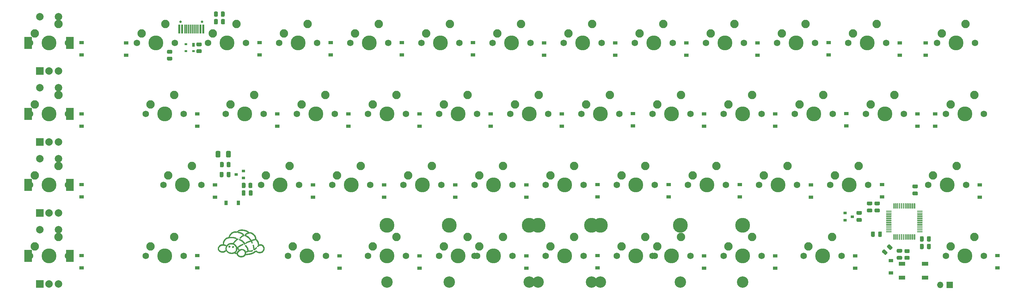
<source format=gbr>
%TF.GenerationSoftware,KiCad,Pcbnew,5.1.9-73d0e3b20d~88~ubuntu20.04.1*%
%TF.CreationDate,2021-02-21T13:43:44-08:00*%
%TF.ProjectId,KB_Lightbar_1,4b425f4c-6967-4687-9462-61725f312e6b,rev?*%
%TF.SameCoordinates,Original*%
%TF.FileFunction,Soldermask,Bot*%
%TF.FilePolarity,Negative*%
%FSLAX46Y46*%
G04 Gerber Fmt 4.6, Leading zero omitted, Abs format (unit mm)*
G04 Created by KiCad (PCBNEW 5.1.9-73d0e3b20d~88~ubuntu20.04.1) date 2021-02-21 13:43:44*
%MOMM*%
%LPD*%
G01*
G04 APERTURE LIST*
%ADD10C,0.010000*%
%ADD11C,0.650000*%
%ADD12R,0.300000X2.450000*%
%ADD13R,0.600000X2.450000*%
%ADD14C,1.750000*%
%ADD15C,2.250000*%
%ADD16C,3.987800*%
%ADD17O,1.700000X1.700000*%
%ADD18R,1.700000X1.700000*%
%ADD19R,0.700000X0.600000*%
%ADD20R,0.700000X1.000000*%
%ADD21R,1.200000X0.900000*%
%ADD22R,0.900000X0.800000*%
%ADD23R,1.800000X1.100000*%
%ADD24R,0.900000X1.200000*%
%ADD25C,3.048000*%
%ADD26C,2.000000*%
%ADD27R,2.000000X3.200000*%
%ADD28R,2.000000X2.000000*%
G04 APERTURE END LIST*
D10*
%TO.C,G\u002A\u002A\u002A*%
G36*
X60408280Y226209699D02*
G01*
X60528615Y226199955D01*
X60626757Y226182773D01*
X60655200Y226174300D01*
X60742736Y226152950D01*
X60851285Y226139124D01*
X60919441Y226136200D01*
X61017866Y226130392D01*
X61095596Y226115006D01*
X61125798Y226101704D01*
X61183805Y226074391D01*
X61261964Y226051657D01*
X61276202Y226048805D01*
X61355233Y226027660D01*
X61420075Y225999414D01*
X61427904Y225994402D01*
X61485708Y225965889D01*
X61522999Y225958400D01*
X61568567Y225946044D01*
X61636519Y225915794D01*
X61706936Y225877883D01*
X61759896Y225842540D01*
X61772800Y225830106D01*
X61802471Y225807219D01*
X61851215Y225778172D01*
X61946042Y225721867D01*
X62050067Y225652615D01*
X62148240Y225581150D01*
X62225513Y225518203D01*
X62253477Y225491291D01*
X62285297Y225460498D01*
X62319399Y225441079D01*
X62367824Y225430427D01*
X62442612Y225425936D01*
X62555804Y225425001D01*
X62559772Y225425001D01*
X62694360Y225421998D01*
X62785930Y225412358D01*
X62841947Y225395136D01*
X62853795Y225387708D01*
X62917733Y225358380D01*
X62971450Y225349608D01*
X63027826Y225340334D01*
X63055737Y225323016D01*
X63087952Y225295303D01*
X63145358Y225261999D01*
X63152486Y225258515D01*
X63230945Y225219792D01*
X63316717Y225175922D01*
X63327150Y225170459D01*
X63392713Y225126409D01*
X63479481Y225054855D01*
X63578546Y224964691D01*
X63680998Y224864809D01*
X63777928Y224764104D01*
X63860428Y224671469D01*
X63919589Y224595796D01*
X63943385Y224555285D01*
X63973575Y224492656D01*
X64000082Y224453068D01*
X64004735Y224449118D01*
X64024411Y224416682D01*
X64042351Y224355982D01*
X64044170Y224346854D01*
X64067194Y224262360D01*
X64097693Y224187823D01*
X64120470Y224110510D01*
X64132773Y223988656D01*
X64134843Y223897710D01*
X64134999Y223678520D01*
X64255650Y223582132D01*
X64332130Y223517579D01*
X64400467Y223454102D01*
X64432648Y223420322D01*
X64483095Y223362737D01*
X64524680Y223316800D01*
X64563188Y223259311D01*
X64576525Y223227900D01*
X64603059Y223177690D01*
X64650055Y223113094D01*
X64668643Y223091109D01*
X64715129Y223029165D01*
X64741974Y222975358D01*
X64744600Y222960869D01*
X64762902Y222906692D01*
X64779229Y222887880D01*
X64801629Y222847656D01*
X64821401Y222775822D01*
X64829831Y222723247D01*
X64847540Y222622573D01*
X64873938Y222524464D01*
X64886905Y222488982D01*
X64914680Y222383633D01*
X64912651Y222259993D01*
X64912282Y222256805D01*
X64905001Y222178905D01*
X64908912Y222138880D01*
X64927055Y222124463D01*
X64945461Y222123000D01*
X64991041Y222137319D01*
X65004918Y222154750D01*
X65030760Y222171097D01*
X65098269Y222183249D01*
X65210965Y222191694D01*
X65296640Y222195032D01*
X65442909Y222196537D01*
X65556942Y222187773D01*
X65655170Y222164096D01*
X65754022Y222120864D01*
X65869926Y222053433D01*
X65927805Y222016676D01*
X66009190Y221954062D01*
X66090962Y221874310D01*
X66163503Y221788956D01*
X66217194Y221709538D01*
X66242417Y221647593D01*
X66243200Y221638344D01*
X66261435Y221586966D01*
X66281300Y221564201D01*
X66313030Y221513853D01*
X66319556Y221478540D01*
X66332059Y221418984D01*
X66362023Y221350075D01*
X66363024Y221348300D01*
X66388534Y221275667D01*
X66404262Y221174776D01*
X66410188Y221060714D01*
X66406291Y220948568D01*
X66392551Y220853426D01*
X66368948Y220790375D01*
X66363782Y220783743D01*
X66328901Y220720373D01*
X66319400Y220669961D01*
X66305252Y220607967D01*
X66281300Y220573600D01*
X66249016Y220530224D01*
X66243200Y220506742D01*
X66225379Y220464734D01*
X66192400Y220428007D01*
X66154258Y220388229D01*
X66141600Y220363649D01*
X66122236Y220323402D01*
X66071155Y220263865D01*
X65998869Y220193984D01*
X65915890Y220122705D01*
X65832730Y220058973D01*
X65759903Y220011734D01*
X65707921Y219989933D01*
X65701800Y219989400D01*
X65661401Y219978112D01*
X65598058Y219949918D01*
X65576165Y219938600D01*
X65531683Y219918025D01*
X65481599Y219903844D01*
X65415840Y219894956D01*
X65324335Y219890261D01*
X65197009Y219888656D01*
X65119342Y219888662D01*
X64968149Y219890052D01*
X64857513Y219894123D01*
X64777213Y219901975D01*
X64717030Y219914710D01*
X64666746Y219933427D01*
X64655700Y219938600D01*
X64588653Y219968763D01*
X64540197Y219986579D01*
X64530369Y219988539D01*
X64477842Y220003701D01*
X64402961Y220039907D01*
X64323533Y220087088D01*
X64257367Y220135178D01*
X64236388Y220154725D01*
X64162653Y220207575D01*
X64088556Y220209627D01*
X64014232Y220160884D01*
X64006829Y220153255D01*
X63948161Y220100802D01*
X63860499Y220033784D01*
X63758416Y219962167D01*
X63656486Y219895914D01*
X63569280Y219844991D01*
X63525400Y219824038D01*
X63479331Y219803020D01*
X63412205Y219769380D01*
X63393367Y219759541D01*
X63321905Y219727864D01*
X63261425Y219710900D01*
X63250427Y219710000D01*
X63193093Y219691499D01*
X63169800Y219671900D01*
X63121450Y219642346D01*
X63071439Y219632939D01*
X63006284Y219621288D01*
X62925898Y219593314D01*
X62903100Y219583000D01*
X62812493Y219550692D01*
X62717581Y219533163D01*
X62699900Y219532255D01*
X62621130Y219521967D01*
X62557271Y219498749D01*
X62548995Y219493293D01*
X62489160Y219469811D01*
X62385145Y219457857D01*
X62302232Y219456000D01*
X62178293Y219450091D01*
X62061521Y219434371D01*
X61986925Y219415989D01*
X61894531Y219393928D01*
X61774717Y219383009D01*
X61616532Y219382270D01*
X61605787Y219382523D01*
X61342498Y219389068D01*
X61253874Y219273001D01*
X61184626Y219190977D01*
X61102796Y219106978D01*
X61018269Y219029700D01*
X60940928Y218967838D01*
X60880658Y218930090D01*
X60855596Y218922600D01*
X60803778Y218904407D01*
X60785033Y218887915D01*
X60743761Y218863741D01*
X60673106Y218843106D01*
X60638436Y218837082D01*
X60559608Y218821119D01*
X60498993Y218799812D01*
X60484456Y218790916D01*
X60441098Y218775480D01*
X60361561Y218763507D01*
X60260392Y218755657D01*
X60152134Y218752593D01*
X60051332Y218754973D01*
X59972531Y218763461D01*
X59956700Y218766940D01*
X59881300Y218791721D01*
X59825019Y218816590D01*
X59760229Y218837626D01*
X59682236Y218846400D01*
X59682079Y218846400D01*
X59613326Y218856870D01*
X59564978Y218882293D01*
X59563000Y218884500D01*
X59515696Y218916974D01*
X59488856Y218922600D01*
X59434119Y218941627D01*
X59359583Y218992164D01*
X59274990Y219064393D01*
X59190086Y219148499D01*
X59114613Y219234666D01*
X59058316Y219313076D01*
X59030937Y219373915D01*
X59029753Y219385122D01*
X59020149Y219425508D01*
X58995329Y219493952D01*
X58973811Y219545420D01*
X58939018Y219618934D01*
X58908607Y219657210D01*
X58868025Y219672149D01*
X58814908Y219675383D01*
X58726157Y219681602D01*
X58644393Y219693605D01*
X58635900Y219695454D01*
X58567007Y219710908D01*
X59272685Y219710908D01*
X59287270Y219627691D01*
X59296680Y219590141D01*
X59356046Y219437636D01*
X59444297Y219313103D01*
X59554127Y219226663D01*
X59562132Y219222454D01*
X59625412Y219186807D01*
X59669825Y219155875D01*
X59673356Y219152604D01*
X59715284Y219134262D01*
X59782050Y219125092D01*
X59790330Y219124900D01*
X59872041Y219113752D01*
X59943212Y219088147D01*
X59944000Y219087700D01*
X60018658Y219063692D01*
X60123431Y219052559D01*
X60239288Y219054302D01*
X60347202Y219068919D01*
X60409982Y219087700D01*
X60488268Y219113287D01*
X60559457Y219125604D01*
X60566574Y219125800D01*
X60626187Y219142962D01*
X60705792Y219188450D01*
X60794886Y219253269D01*
X60882970Y219328424D01*
X60959541Y219404919D01*
X61014098Y219473760D01*
X61036139Y219525950D01*
X61036200Y219528070D01*
X61045992Y219563833D01*
X61070819Y219627154D01*
X61086442Y219662777D01*
X61130356Y219815295D01*
X61124881Y219966499D01*
X61087000Y220078300D01*
X61056065Y220154393D01*
X61038499Y220220860D01*
X61037061Y220235971D01*
X61019292Y220277293D01*
X60973666Y220340138D01*
X60910459Y220413648D01*
X60839950Y220486967D01*
X60772418Y220549235D01*
X60718139Y220589596D01*
X60693413Y220599000D01*
X60651610Y220616793D01*
X60629800Y220637100D01*
X60586781Y220657765D01*
X60508361Y220670632D01*
X60409337Y220675703D01*
X60304503Y220672976D01*
X60208658Y220662453D01*
X60136596Y220644133D01*
X60121800Y220637100D01*
X60055463Y220609389D01*
X60005086Y220599901D01*
X59948073Y220581118D01*
X59905900Y220548200D01*
X59863606Y220510302D01*
X59836119Y220497400D01*
X59797863Y220480264D01*
X59734520Y220434615D01*
X59655649Y220369092D01*
X59570809Y220292336D01*
X59489561Y220212985D01*
X59421462Y220139679D01*
X59376929Y220082390D01*
X59343647Y220015853D01*
X59310089Y219925459D01*
X59294702Y219873063D01*
X59275226Y219783570D01*
X59272685Y219710908D01*
X58567007Y219710908D01*
X58560262Y219712421D01*
X58503192Y219724564D01*
X58450448Y219754522D01*
X58411682Y219802850D01*
X58380794Y219844952D01*
X58358741Y219840627D01*
X58322265Y219818970D01*
X58272074Y219811600D01*
X58205127Y219799508D01*
X58125948Y219769564D01*
X58108565Y219760800D01*
X58068059Y219741775D01*
X58022758Y219728171D01*
X57963728Y219719131D01*
X57882033Y219713798D01*
X57768737Y219711313D01*
X57614905Y219710819D01*
X57588242Y219710862D01*
X57425546Y219711905D01*
X57304585Y219714850D01*
X57216304Y219720555D01*
X57151646Y219729878D01*
X57101558Y219743676D01*
X57061100Y219760800D01*
X56989244Y219791378D01*
X56931188Y219809068D01*
X56918160Y219810739D01*
X56867773Y219829720D01*
X56845200Y219849700D01*
X56803882Y219881880D01*
X56782242Y219887800D01*
X56746159Y219902297D01*
X56685765Y219939720D01*
X56634476Y219976700D01*
X56567331Y220025016D01*
X56515051Y220057303D01*
X56494120Y220065600D01*
X56461790Y220083425D01*
X56406613Y220130204D01*
X56338296Y220195895D01*
X56266551Y220270459D01*
X56201086Y220343854D01*
X56151610Y220406038D01*
X56129221Y220442973D01*
X56102369Y220510100D01*
X56072964Y220441477D01*
X56037275Y220378701D01*
X55988025Y220315045D01*
X55938062Y220265105D01*
X55900233Y220243479D01*
X55898628Y220243400D01*
X55864083Y220228992D01*
X55812731Y220194165D01*
X55810730Y220192600D01*
X55751889Y220156617D01*
X55701884Y220141800D01*
X55647696Y220123497D01*
X55628870Y220107159D01*
X55579903Y220079704D01*
X55491509Y220059070D01*
X55374598Y220045263D01*
X55240084Y220038286D01*
X55098878Y220038144D01*
X54961893Y220044843D01*
X54840041Y220058386D01*
X54744234Y220078779D01*
X54685386Y220106026D01*
X54684533Y220106751D01*
X54631197Y220136560D01*
X54565507Y220157049D01*
X54506025Y220178342D01*
X54472936Y220207611D01*
X54472720Y220208151D01*
X54439032Y220238012D01*
X54411925Y220243400D01*
X54367956Y220261012D01*
X54301416Y220307415D01*
X54222948Y220372964D01*
X54143194Y220448010D01*
X54072797Y220522907D01*
X54022398Y220588009D01*
X54011725Y220606167D01*
X53957598Y220750012D01*
X53925191Y220921210D01*
X53918503Y221071251D01*
X54218308Y221071251D01*
X54218977Y220950958D01*
X54223703Y220868335D01*
X54234816Y220810280D01*
X54254649Y220763692D01*
X54280285Y220723061D01*
X54343191Y220651742D01*
X54433315Y220573407D01*
X54533364Y220501153D01*
X54626045Y220448075D01*
X54663080Y220433177D01*
X54724784Y220403862D01*
X54756679Y220379749D01*
X54798014Y220363676D01*
X54877624Y220352036D01*
X54983842Y220344778D01*
X55104998Y220341851D01*
X55229425Y220343205D01*
X55345452Y220348788D01*
X55441413Y220358550D01*
X55505637Y220372439D01*
X55524400Y220383100D01*
X55565717Y220415280D01*
X55587357Y220421200D01*
X55623300Y220435701D01*
X55683793Y220473202D01*
X55737368Y220511814D01*
X55819246Y220565138D01*
X55901546Y220604384D01*
X55944220Y220616738D01*
X56006084Y220630601D01*
X56028097Y220653884D01*
X56015554Y220699798D01*
X55994456Y220742147D01*
X55973778Y220811676D01*
X55960982Y220915171D01*
X55956182Y221036394D01*
X55957026Y221067764D01*
X56235600Y221067764D01*
X56242352Y220903431D01*
X56266385Y220771427D01*
X56313359Y220654629D01*
X56388937Y220535913D01*
X56428680Y220483754D01*
X56512992Y220396093D01*
X56627809Y220303194D01*
X56762035Y220211536D01*
X56904569Y220127597D01*
X57044314Y220057857D01*
X57170170Y220008794D01*
X57271040Y219986886D01*
X57280714Y219986395D01*
X57370608Y219979673D01*
X57453188Y219966840D01*
X57467500Y219963462D01*
X57539464Y219952451D01*
X57594500Y219954676D01*
X57644097Y219962125D01*
X57727193Y219971320D01*
X57826616Y219980378D01*
X57835800Y219981124D01*
X57946600Y219995564D01*
X58042836Y220016918D01*
X58614957Y220016918D01*
X58676228Y219965904D01*
X58753331Y219925505D01*
X58842907Y219912089D01*
X58926797Y219925439D01*
X58986841Y219965337D01*
X58990059Y219969652D01*
X59020558Y220033196D01*
X59029600Y220080842D01*
X59045145Y220138902D01*
X59065207Y220165132D01*
X59099818Y220212822D01*
X59115624Y220253686D01*
X59138668Y220292596D01*
X59188581Y220352781D01*
X59255320Y220424286D01*
X59328844Y220497156D01*
X59399112Y220561435D01*
X59456082Y220607168D01*
X59489547Y220624400D01*
X59512449Y220636988D01*
X59502006Y220663412D01*
X59465241Y220686666D01*
X59463622Y220687195D01*
X59421811Y220712668D01*
X59359558Y220764362D01*
X59292821Y220828607D01*
X59227051Y220891862D01*
X59171613Y220937089D01*
X59138400Y220954598D01*
X59138199Y220954600D01*
X59108245Y220971276D01*
X59105800Y220981500D01*
X59090239Y220996669D01*
X59080400Y220992700D01*
X59067663Y220961152D01*
X59058548Y220893397D01*
X59055000Y220804003D01*
X59055000Y220802547D01*
X59051347Y220700450D01*
X59036459Y220618635D01*
X59004434Y220534242D01*
X58965253Y220454796D01*
X58918115Y220367910D01*
X58876097Y220297695D01*
X58847296Y220257566D01*
X58844603Y220254959D01*
X58810727Y220222423D01*
X58756386Y220166899D01*
X58714328Y220122667D01*
X58614957Y220016918D01*
X58042836Y220016918D01*
X58049556Y220018409D01*
X58120538Y220043715D01*
X58189902Y220073848D01*
X58245419Y220090088D01*
X58255117Y220091000D01*
X58290348Y220108595D01*
X58349336Y220155088D01*
X58422582Y220221043D01*
X58500586Y220297027D01*
X58573848Y220373603D01*
X58632870Y220441336D01*
X58668152Y220490790D01*
X58674000Y220507057D01*
X58690780Y220554286D01*
X58714181Y220584753D01*
X58740936Y220638271D01*
X58760643Y220730578D01*
X58773319Y220850156D01*
X58778978Y220985488D01*
X58777636Y221125057D01*
X58769308Y221257345D01*
X58754011Y221370835D01*
X58731760Y221454009D01*
X58712965Y221487044D01*
X58681320Y221540602D01*
X58674000Y221574545D01*
X58656850Y221607289D01*
X58609582Y221668133D01*
X58538464Y221749729D01*
X58449767Y221844729D01*
X58399365Y221896395D01*
X58124730Y222173800D01*
X57997819Y222173800D01*
X57908733Y222181480D01*
X57838630Y222201301D01*
X57821604Y222211093D01*
X57773819Y222228173D01*
X57689318Y222240753D01*
X57579735Y222248822D01*
X57456701Y222252366D01*
X57331850Y222251375D01*
X57216812Y222245836D01*
X57123220Y222235736D01*
X57062707Y222221063D01*
X57048399Y222211900D01*
X56999796Y222182303D01*
X56952170Y222173800D01*
X56917690Y222171797D01*
X56886106Y222161597D01*
X56848650Y222136919D01*
X56796556Y222091480D01*
X56721057Y222018997D01*
X56680100Y221978822D01*
X56571581Y221869058D01*
X56492808Y221780593D01*
X56434782Y221701872D01*
X56388502Y221621342D01*
X56367006Y221576900D01*
X56326294Y221490893D01*
X56287898Y221413135D01*
X56271958Y221382481D01*
X56250252Y221309941D01*
X56238286Y221190097D01*
X56235600Y221067764D01*
X55957026Y221067764D01*
X55959487Y221159110D01*
X55971011Y221267081D01*
X55990314Y221342766D01*
X56018360Y221424913D01*
X56041451Y221516730D01*
X56043263Y221526100D01*
X56064824Y221602576D01*
X56094159Y221662406D01*
X56100537Y221670550D01*
X56123817Y221719058D01*
X56108953Y221754483D01*
X56063148Y221761337D01*
X56058797Y221760302D01*
X56004322Y221763323D01*
X55953713Y221782589D01*
X55884877Y221806600D01*
X55804141Y221817288D01*
X55803101Y221817300D01*
X55723843Y221829551D01*
X55656900Y221857860D01*
X55655691Y221858694D01*
X55599189Y221879208D01*
X55505288Y221893824D01*
X55386945Y221902502D01*
X55257118Y221905208D01*
X55128764Y221901903D01*
X55014841Y221892551D01*
X54928306Y221877116D01*
X54888223Y221860876D01*
X54817877Y221828545D01*
X54758010Y221818200D01*
X54699529Y221807469D01*
X54668412Y221786215D01*
X54635724Y221753250D01*
X54577698Y221708381D01*
X54552275Y221690965D01*
X54487291Y221638106D01*
X54409752Y221560837D01*
X54337898Y221477651D01*
X54219345Y221327602D01*
X54218308Y221071251D01*
X53918503Y221071251D01*
X53917221Y221100002D01*
X53927509Y221218238D01*
X53944032Y221313370D01*
X53961395Y221391525D01*
X53975943Y221436334D01*
X53976414Y221437200D01*
X54000547Y221482363D01*
X54036127Y221551419D01*
X54051631Y221582045D01*
X54090315Y221642481D01*
X54150949Y221719286D01*
X54224606Y221803105D01*
X54302358Y221884582D01*
X54375276Y221954360D01*
X54434433Y222003085D01*
X54470897Y222021400D01*
X54512058Y222039163D01*
X54533799Y222059500D01*
X54581635Y222088179D01*
X54635399Y222097600D01*
X54698696Y222110436D01*
X54736442Y222135028D01*
X54781315Y222163882D01*
X54850269Y222185240D01*
X54860202Y222186976D01*
X54938965Y222200494D01*
X55039251Y222219223D01*
X55098949Y222230988D01*
X55244999Y222260479D01*
X55245001Y222261282D01*
X55532912Y222261282D01*
X55537575Y222221131D01*
X55550290Y222203591D01*
X55572609Y222199303D01*
X55582606Y222199200D01*
X55641044Y222187370D01*
X55715312Y222157993D01*
X55734234Y222148400D01*
X55803279Y222116318D01*
X55858973Y222098738D01*
X55869638Y222097600D01*
X55918962Y222086340D01*
X55984448Y222058925D01*
X55990380Y222055892D01*
X56055838Y222022319D01*
X56106220Y221997311D01*
X56108600Y221996180D01*
X56140086Y221959423D01*
X56154737Y221910889D01*
X56166151Y221860093D01*
X56186534Y221849758D01*
X56220337Y221881620D01*
X56271373Y221956405D01*
X56335323Y222046157D01*
X56410275Y222136096D01*
X56435188Y222162467D01*
X56516662Y222236106D01*
X56611979Y222309502D01*
X56709331Y222374927D01*
X56796910Y222424653D01*
X56862908Y222450954D01*
X56879444Y222453200D01*
X56945778Y222467780D01*
X56985598Y222488189D01*
X57026039Y222503130D01*
X57103690Y222515956D01*
X57222331Y222527059D01*
X57385744Y222536832D01*
X57505431Y222542163D01*
X57671581Y222549233D01*
X57794330Y222555760D01*
X57881052Y222562796D01*
X57939123Y222571392D01*
X57975915Y222582600D01*
X57998804Y222597472D01*
X58013431Y222614608D01*
X58048288Y222672447D01*
X58064400Y222709788D01*
X58092280Y222759595D01*
X58151309Y222837264D01*
X58235325Y222936186D01*
X58338161Y223049750D01*
X58453655Y223171346D01*
X58575641Y223294365D01*
X58697956Y223412197D01*
X58814436Y223518232D01*
X58835290Y223536406D01*
X58894744Y223592123D01*
X58930907Y223634680D01*
X58936204Y223654028D01*
X58899523Y223661646D01*
X58833323Y223665693D01*
X58808999Y223665909D01*
X58719580Y223677011D01*
X58661135Y223707037D01*
X58612833Y223740339D01*
X58582392Y223748600D01*
X58533203Y223761409D01*
X58488956Y223783704D01*
X58433021Y223805738D01*
X58348149Y223825528D01*
X58281972Y223835275D01*
X58194166Y223849205D01*
X58123907Y223868089D01*
X58093984Y223882722D01*
X58056174Y223895581D01*
X57975357Y223905932D01*
X57849327Y223913938D01*
X57675874Y223919764D01*
X57567696Y223921962D01*
X57391565Y223924315D01*
X57258555Y223924316D01*
X57161026Y223921522D01*
X57091334Y223915495D01*
X57041836Y223905793D01*
X57004892Y223891975D01*
X56999319Y223889189D01*
X56931819Y223865378D01*
X56836156Y223844755D01*
X56749233Y223833464D01*
X56652453Y223820719D01*
X56569316Y223802048D01*
X56522243Y223783687D01*
X56460402Y223756324D01*
X56418180Y223748600D01*
X56365011Y223732614D01*
X56311800Y223697800D01*
X56259816Y223661351D01*
X56220601Y223647000D01*
X56185030Y223628981D01*
X56126277Y223581209D01*
X56053496Y223513112D01*
X55975838Y223434117D01*
X55902457Y223353653D01*
X55842505Y223281147D01*
X55805135Y223226027D01*
X55799204Y223212937D01*
X55775135Y223161152D01*
X55752905Y223139012D01*
X55752533Y223139000D01*
X55732985Y223117159D01*
X55715303Y223064638D01*
X55715285Y223064556D01*
X55691569Y223000247D01*
X55662467Y222959845D01*
X55634651Y222912813D01*
X55626000Y222862142D01*
X55612934Y222790252D01*
X55591648Y222744602D01*
X55574370Y222696357D01*
X55558250Y222610182D01*
X55545454Y222498937D01*
X55541529Y222446850D01*
X55534747Y222333402D01*
X55532912Y222261282D01*
X55245001Y222261282D01*
X55245605Y222452090D01*
X55250292Y222587462D01*
X55265772Y222709073D01*
X55295564Y222830048D01*
X55343189Y222963514D01*
X55412167Y223122596D01*
X55443439Y223189800D01*
X55502820Y223304054D01*
X55573072Y223422288D01*
X55639239Y223519367D01*
X55640754Y223521362D01*
X55709815Y223603929D01*
X55789295Y223686789D01*
X55869316Y223760992D01*
X55939998Y223817584D01*
X55991461Y223847614D01*
X56003662Y223850200D01*
X56038908Y223869127D01*
X56050187Y223883373D01*
X56090050Y223919719D01*
X56159728Y223961510D01*
X56240421Y223999446D01*
X56313331Y224024226D01*
X56344332Y224028901D01*
X56409170Y224042243D01*
X56464200Y224066100D01*
X56533424Y224091066D01*
X56616755Y224103133D01*
X56624104Y224103300D01*
X56715442Y224123324D01*
X56742100Y224141140D01*
X57053807Y224141140D01*
X57053927Y224141007D01*
X57084623Y224139728D01*
X57145991Y224153285D01*
X57186579Y224165876D01*
X57264260Y224182773D01*
X57377713Y224195419D01*
X57515511Y224203771D01*
X57666223Y224207781D01*
X57818422Y224207407D01*
X57960679Y224202602D01*
X58081564Y224193322D01*
X58169650Y224179521D01*
X58200261Y224169861D01*
X58273976Y224146348D01*
X58369114Y224127917D01*
X58413907Y224122765D01*
X58500924Y224108376D01*
X58571015Y224084270D01*
X58593707Y224069804D01*
X58647718Y224036745D01*
X58684752Y224028000D01*
X58738904Y224008155D01*
X58805425Y223957593D01*
X58871602Y223889772D01*
X58924723Y223818154D01*
X58952076Y223756197D01*
X58953400Y223743555D01*
X58963249Y223686440D01*
X58992591Y223676226D01*
X59036330Y223708159D01*
X59102438Y223748826D01*
X59192244Y223775194D01*
X59280771Y223781615D01*
X59323861Y223773179D01*
X59371557Y223738658D01*
X59385199Y223675856D01*
X59385200Y223675499D01*
X59378336Y223630212D01*
X59351517Y223589715D01*
X59295396Y223543066D01*
X59239150Y223504509D01*
X59128286Y223422208D01*
X58988464Y223303410D01*
X58822798Y223151013D01*
X58634398Y222967918D01*
X58426378Y222757024D01*
X58336754Y222663836D01*
X58164608Y222483617D01*
X58242810Y222423959D01*
X58391542Y222304980D01*
X58532542Y222181961D01*
X58656971Y222063287D01*
X58755987Y221957342D01*
X58815167Y221881165D01*
X58865956Y221807561D01*
X58907875Y221752016D01*
X58930500Y221727755D01*
X58948535Y221693904D01*
X58953400Y221654712D01*
X58968958Y221594398D01*
X58991500Y221564200D01*
X59023802Y221524256D01*
X59029988Y221503940D01*
X59043012Y221457876D01*
X59051938Y221441285D01*
X59073571Y221430321D01*
X59111944Y221449767D01*
X59174476Y221503653D01*
X59184899Y221513524D01*
X59265917Y221585793D01*
X59365337Y221667585D01*
X59448700Y221731523D01*
X59528800Y221790893D01*
X59596344Y221842096D01*
X59637565Y221874687D01*
X59639200Y221876079D01*
X59681747Y221904928D01*
X59752702Y221945855D01*
X59817000Y221979851D01*
X59907036Y222027215D01*
X59990707Y222073913D01*
X60032900Y222099228D01*
X60105292Y222140806D01*
X60172493Y222172874D01*
X60172600Y222172916D01*
X60243244Y222204317D01*
X60308008Y222236794D01*
X60372271Y222264334D01*
X60423006Y222275400D01*
X60475787Y222289423D01*
X60522940Y222315216D01*
X60599402Y222346837D01*
X60666345Y222338077D01*
X60712704Y222296417D01*
X60727415Y222229338D01*
X60717724Y222183516D01*
X60671613Y222115336D01*
X60588954Y222050233D01*
X60502800Y222006736D01*
X60437406Y221977325D01*
X60346866Y221932736D01*
X60250280Y221882747D01*
X60166748Y221837134D01*
X60134500Y221818200D01*
X60069048Y221780376D01*
X59981165Y221732505D01*
X59918600Y221699765D01*
X59824908Y221645896D01*
X59716673Y221575177D01*
X59623100Y221507260D01*
X59546999Y221449946D01*
X59486195Y221407334D01*
X59451740Y221387092D01*
X59448880Y221386400D01*
X59413346Y221368124D01*
X59366981Y221325292D01*
X59326705Y221275900D01*
X59309438Y221238085D01*
X59326323Y221203633D01*
X59370707Y221148028D01*
X59423725Y221092569D01*
X59522444Y220980630D01*
X59573077Y220883535D01*
X59575471Y220801578D01*
X59574707Y220799073D01*
X59567328Y220745415D01*
X59591747Y220728436D01*
X59649223Y220748070D01*
X59721594Y220791240D01*
X59802649Y220838119D01*
X59876761Y220870082D01*
X59918020Y220879208D01*
X59988995Y220894800D01*
X60031404Y220917308D01*
X60087675Y220939934D01*
X60185364Y220952021D01*
X60286900Y220954600D01*
X60418303Y220949834D01*
X60504668Y220935055D01*
X60542395Y220917308D01*
X60597148Y220894549D01*
X60677369Y220880880D01*
X60712610Y220879208D01*
X60796275Y220871558D01*
X60871601Y220844593D01*
X60960176Y220790385D01*
X60966610Y220785936D01*
X61079700Y220702359D01*
X61166849Y220627777D01*
X61221841Y220567986D01*
X61238694Y220532261D01*
X61256979Y220493279D01*
X61276827Y220472558D01*
X61307168Y220427103D01*
X61329639Y220359304D01*
X61330454Y220355148D01*
X61346400Y220291929D01*
X61369186Y220273611D01*
X61410509Y220294528D01*
X61428404Y220307708D01*
X61491721Y220332239D01*
X61595359Y220344129D01*
X61638751Y220345000D01*
X61729129Y220347857D01*
X61786125Y220362043D01*
X61814329Y220395982D01*
X61818329Y220458101D01*
X61802714Y220556823D01*
X61789248Y220621317D01*
X61768825Y220726582D01*
X61753924Y220822883D01*
X61747468Y220891029D01*
X61747400Y220895944D01*
X61731902Y220976074D01*
X61688410Y221085004D01*
X61621423Y221212488D01*
X61574800Y221288984D01*
X61484314Y221426281D01*
X61399807Y221546775D01*
X61328232Y221640838D01*
X61284270Y221691287D01*
X61226845Y221756541D01*
X61180275Y221819476D01*
X61153573Y221870095D01*
X61157931Y221908244D01*
X61177744Y221940126D01*
X61219888Y221983255D01*
X61269051Y221991332D01*
X61336525Y221963995D01*
X61385954Y221933455D01*
X61508982Y221842530D01*
X61608883Y221743132D01*
X61703416Y221617053D01*
X61722000Y221588944D01*
X61766059Y221527624D01*
X61798200Y221488796D01*
X61843010Y221427003D01*
X61894299Y221337258D01*
X61945191Y221234270D01*
X61988811Y221132748D01*
X62018282Y221047401D01*
X62027074Y220999152D01*
X62034853Y220924469D01*
X62054186Y220831566D01*
X62065174Y220791814D01*
X62087682Y220703357D01*
X62101225Y220622610D01*
X62103000Y220594964D01*
X62103810Y220563457D01*
X62111205Y220541293D01*
X62132630Y220527089D01*
X62175532Y220519466D01*
X62247356Y220517041D01*
X62355548Y220518434D01*
X62496463Y220521974D01*
X62637858Y220527981D01*
X62739750Y220538514D01*
X62813356Y220555248D01*
X62864387Y220576828D01*
X62932239Y220607780D01*
X62987071Y220623791D01*
X62994863Y220624400D01*
X63045502Y220642602D01*
X63068200Y220662500D01*
X63123045Y220698024D01*
X63182634Y220692746D01*
X63234630Y220653706D01*
X63266695Y220587943D01*
X63271400Y220546546D01*
X63260540Y220490936D01*
X63221184Y220440190D01*
X63165989Y220395960D01*
X63094294Y220351422D01*
X63030332Y220323906D01*
X63006540Y220319600D01*
X62944800Y220305199D01*
X62894470Y220278953D01*
X62865910Y220263974D01*
X62824784Y220253539D01*
X62763333Y220247153D01*
X62673796Y220244319D01*
X62548413Y220244543D01*
X62394484Y220247027D01*
X62232186Y220249713D01*
X62113253Y220250064D01*
X62030285Y220247565D01*
X61975879Y220241696D01*
X61942633Y220231939D01*
X61923147Y220217778D01*
X61919815Y220213820D01*
X61857845Y220162975D01*
X61764361Y220117245D01*
X61658605Y220083816D01*
X61559819Y220069876D01*
X61535948Y220070449D01*
X61429900Y220078300D01*
X61422357Y219890178D01*
X61420458Y219793353D01*
X61422499Y219713963D01*
X61428030Y219667882D01*
X61428730Y219665788D01*
X61443092Y219650148D01*
X61477036Y219641359D01*
X61538994Y219638908D01*
X61637401Y219642283D01*
X61728373Y219647577D01*
X61850874Y219657989D01*
X61960696Y219672157D01*
X62044202Y219688045D01*
X62082688Y219700517D01*
X62144959Y219719030D01*
X62237525Y219731595D01*
X62324686Y219735400D01*
X62436731Y219741139D01*
X62518900Y219757013D01*
X62548198Y219770345D01*
X62602163Y219794069D01*
X62683396Y219815309D01*
X62730372Y219823353D01*
X62811443Y219840218D01*
X62873044Y219863402D01*
X62892232Y219877308D01*
X62941513Y219907869D01*
X62972141Y219913200D01*
X63031486Y219924819D01*
X63089680Y219948438D01*
X63163965Y219985160D01*
X63220600Y220010983D01*
X63328314Y220064707D01*
X63463900Y220143812D01*
X63616059Y220241334D01*
X63773491Y220350307D01*
X63787902Y220360706D01*
X63887571Y220428362D01*
X63982234Y220484733D01*
X64058520Y220522228D01*
X64090860Y220532692D01*
X64137425Y220537709D01*
X64180486Y220529509D01*
X64231873Y220502623D01*
X64303420Y220451585D01*
X64358464Y220409036D01*
X64443855Y220346128D01*
X64518925Y220297824D01*
X64571769Y220271514D01*
X64584371Y220268800D01*
X64635662Y220257187D01*
X64705683Y220228282D01*
X64725834Y220218000D01*
X64777979Y220194678D01*
X64838116Y220179580D01*
X64918373Y220171088D01*
X65030879Y220167586D01*
X65106834Y220167200D01*
X65241095Y220168732D01*
X65336749Y220174406D01*
X65405923Y220185839D01*
X65460745Y220204647D01*
X65487834Y220218000D01*
X65555703Y220249980D01*
X65609043Y220267604D01*
X65619151Y220268800D01*
X65654627Y220286327D01*
X65711720Y220331595D01*
X65779325Y220393638D01*
X65846336Y220461489D01*
X65901648Y220524181D01*
X65934156Y220570747D01*
X65938400Y220584071D01*
X65953901Y220625303D01*
X65989200Y220675200D01*
X66026593Y220734964D01*
X66040900Y220787037D01*
X66054136Y220849210D01*
X66078100Y220903800D01*
X66102545Y220972944D01*
X66113786Y221059528D01*
X66111642Y221144902D01*
X66095932Y221210414D01*
X66081269Y221231370D01*
X66054955Y221273941D01*
X66033598Y221343051D01*
X66030169Y221361480D01*
X66014921Y221424811D01*
X65996498Y221460027D01*
X65990917Y221462600D01*
X65969250Y221484343D01*
X65951866Y221532450D01*
X65925189Y221604509D01*
X65875474Y221669012D01*
X65794182Y221734679D01*
X65689251Y221800643D01*
X65602025Y221849149D01*
X65532911Y221877272D01*
X65460951Y221890490D01*
X65365187Y221894282D01*
X65330549Y221894400D01*
X65216211Y221891113D01*
X65143627Y221880292D01*
X65104120Y221860503D01*
X65100200Y221856300D01*
X65052896Y221823827D01*
X65026056Y221818200D01*
X64973113Y221803362D01*
X64933916Y221780100D01*
X64784027Y221669192D01*
X64664173Y221590610D01*
X64568244Y221540985D01*
X64490131Y221516947D01*
X64450421Y221513400D01*
X64412883Y221531936D01*
X64402802Y221580893D01*
X64416834Y221650294D01*
X64451634Y221730165D01*
X64503858Y221810530D01*
X64570161Y221881414D01*
X64575275Y221885789D01*
X64660950Y221957900D01*
X64640548Y222161300D01*
X64625600Y222272335D01*
X64605115Y222376360D01*
X64583238Y222452742D01*
X64580773Y222458934D01*
X64553905Y222550115D01*
X64541498Y222645220D01*
X64541400Y222652475D01*
X64531610Y222728965D01*
X64506627Y222780312D01*
X64503300Y222783401D01*
X64471120Y222824718D01*
X64465199Y222846358D01*
X64450703Y222882441D01*
X64413280Y222942835D01*
X64376299Y222994124D01*
X64328040Y223060607D01*
X64295686Y223111455D01*
X64287236Y223131127D01*
X64271775Y223159824D01*
X64231690Y223213969D01*
X64183659Y223272350D01*
X64123228Y223339227D01*
X64076822Y223375292D01*
X64027252Y223389815D01*
X63961573Y223392100D01*
X63874461Y223383713D01*
X63798450Y223363769D01*
X63779400Y223354900D01*
X63708325Y223328718D01*
X63627000Y223316839D01*
X63545825Y223304124D01*
X63456123Y223274814D01*
X63436500Y223266000D01*
X63359784Y223235014D01*
X63292084Y223217467D01*
X63276721Y223216062D01*
X63214655Y223199981D01*
X63147882Y223161630D01*
X63093455Y223113445D01*
X63068429Y223067863D01*
X63068200Y223063998D01*
X63079587Y223016432D01*
X63107714Y222949902D01*
X63115122Y222935424D01*
X63151376Y222841147D01*
X63174353Y222730089D01*
X63181794Y222621421D01*
X63171434Y222534314D01*
X63164660Y222515564D01*
X63121118Y222463380D01*
X63063398Y222456825D01*
X62997989Y222495122D01*
X62956914Y222540406D01*
X62914801Y222609739D01*
X62891830Y222675022D01*
X62890400Y222689696D01*
X62876333Y222750274D01*
X62853932Y222782045D01*
X62821670Y222828412D01*
X62801500Y222885001D01*
X62777659Y222948794D01*
X62749067Y222987956D01*
X62717987Y223037706D01*
X62712600Y223068289D01*
X62691145Y223115617D01*
X62664148Y223131027D01*
X62615916Y223161472D01*
X62600242Y223185799D01*
X62572343Y223243153D01*
X62526103Y223321831D01*
X62472682Y223404425D01*
X62423239Y223473527D01*
X62394149Y223507300D01*
X62364949Y223539862D01*
X62316279Y223598930D01*
X62268105Y223659700D01*
X62199652Y223742520D01*
X62128989Y223819905D01*
X62065586Y223882300D01*
X62018911Y223920147D01*
X62003175Y223927088D01*
X61978372Y223943186D01*
X61927324Y223984709D01*
X61861700Y224042121D01*
X61769535Y224118005D01*
X61666343Y224192630D01*
X61601886Y224233491D01*
X61528644Y224278349D01*
X61474507Y224315920D01*
X61454337Y224334358D01*
X61419211Y224354800D01*
X61393411Y224358200D01*
X61337759Y224376588D01*
X61317668Y224393808D01*
X61271503Y224426622D01*
X61219308Y224446491D01*
X61134948Y224483389D01*
X61074158Y224539979D01*
X61042209Y224605373D01*
X61044376Y224668683D01*
X61085931Y224719021D01*
X61087000Y224719695D01*
X61107756Y224746010D01*
X61327446Y224746010D01*
X61345855Y224706939D01*
X61391816Y224670633D01*
X61454703Y224648737D01*
X61522729Y224627820D01*
X61569711Y224599179D01*
X61571805Y224596843D01*
X61611444Y224566154D01*
X61629860Y224561229D01*
X61669104Y224546701D01*
X61738274Y224507908D01*
X61827110Y224451665D01*
X61925354Y224384784D01*
X62022747Y224314081D01*
X62109030Y224246370D01*
X62128310Y224230154D01*
X62258423Y224113755D01*
X62385715Y223990910D01*
X62503040Y223869329D01*
X62603253Y223756724D01*
X62679208Y223660805D01*
X62723763Y223589283D01*
X62725300Y223585894D01*
X62758446Y223527831D01*
X62806969Y223461183D01*
X62859568Y223399424D01*
X62904943Y223356030D01*
X62928500Y223343592D01*
X62966913Y223357823D01*
X63003204Y223381108D01*
X63059303Y223410746D01*
X63095344Y223418400D01*
X63147007Y223436649D01*
X63169800Y223456500D01*
X63218036Y223485659D01*
X63268536Y223494600D01*
X63334319Y223506657D01*
X63412836Y223536523D01*
X63430434Y223545400D01*
X63533963Y223582560D01*
X63645957Y223596589D01*
X63736889Y223600464D01*
X63794484Y223617601D01*
X63826139Y223657332D01*
X63839250Y223728992D01*
X63841213Y223841911D01*
X63841204Y223842970D01*
X63833112Y223985959D01*
X63811068Y224085633D01*
X63796910Y224116900D01*
X63767871Y224175157D01*
X63754289Y224214824D01*
X63754156Y224216831D01*
X63735040Y224280996D01*
X63683200Y224368543D01*
X63605916Y224471542D01*
X63510466Y224582061D01*
X63404128Y224692169D01*
X63294181Y224793936D01*
X63187903Y224879430D01*
X63092573Y224940722D01*
X63087250Y224943514D01*
X63019982Y224981132D01*
X62976184Y225011157D01*
X62966600Y225022674D01*
X62944234Y225037044D01*
X62888411Y225052334D01*
X62866462Y225056453D01*
X62794497Y225076036D01*
X62742864Y225103134D01*
X62736352Y225109486D01*
X62692262Y225134011D01*
X62623890Y225146409D01*
X62614239Y225146715D01*
X62527360Y225156588D01*
X62434199Y225179369D01*
X62421323Y225183722D01*
X62356306Y225201718D01*
X62313577Y225203989D01*
X62307023Y225200317D01*
X62263815Y225162733D01*
X62193284Y225121242D01*
X62116733Y225086645D01*
X62055462Y225069742D01*
X62048825Y225069400D01*
X61987519Y225057482D01*
X61911577Y225027915D01*
X61893165Y225018600D01*
X61818177Y224986009D01*
X61750641Y224968667D01*
X61737902Y224967800D01*
X61677137Y224952653D01*
X61645800Y224929700D01*
X61597823Y224897195D01*
X61570426Y224891600D01*
X61521232Y224873868D01*
X61480700Y224840800D01*
X61431051Y224802348D01*
X61392096Y224790000D01*
X61341292Y224777234D01*
X61327446Y224746010D01*
X61107756Y224746010D01*
X61128752Y224772628D01*
X61137800Y224820441D01*
X61156930Y224877517D01*
X61206647Y224950731D01*
X61275438Y225028383D01*
X61351791Y225098773D01*
X61424193Y225150203D01*
X61481132Y225170973D01*
X61482756Y225171000D01*
X61522602Y225188701D01*
X61544200Y225209100D01*
X61592433Y225238256D01*
X61642956Y225247200D01*
X61704460Y225258259D01*
X61777957Y225285654D01*
X61844937Y225320719D01*
X61886891Y225354785D01*
X61891921Y225363790D01*
X61876593Y225389844D01*
X61828457Y225428642D01*
X61760535Y225471010D01*
X61690250Y225505904D01*
X61652965Y225533879D01*
X61645800Y225551182D01*
X61625501Y225575027D01*
X61611125Y225577400D01*
X61568020Y225592142D01*
X61512571Y225627650D01*
X61511869Y225628201D01*
X61450926Y225664358D01*
X61397253Y225679001D01*
X61339322Y225697329D01*
X61315600Y225717100D01*
X61269045Y225744240D01*
X61203841Y225755200D01*
X61125917Y225768516D01*
X61064999Y225796318D01*
X61003211Y225820946D01*
X60892837Y225843037D01*
X60736050Y225862175D01*
X60710098Y225864633D01*
X60430012Y225883652D01*
X60183028Y225886628D01*
X59972938Y225873803D01*
X59803535Y225845418D01*
X59678612Y225801715D01*
X59672211Y225798398D01*
X59610873Y225769540D01*
X59567155Y225755469D01*
X59563601Y225755200D01*
X59529465Y225740930D01*
X59472245Y225704862D01*
X59405518Y225657112D01*
X59342860Y225607794D01*
X59297847Y225567026D01*
X59283600Y225546579D01*
X59307182Y225538101D01*
X59370677Y225531409D01*
X59463204Y225527378D01*
X59531626Y225526600D01*
X59659695Y225524362D01*
X59750784Y225516294D01*
X59818567Y225500371D01*
X59874434Y225475800D01*
X59944344Y225443643D01*
X60001765Y225426096D01*
X60012809Y225425000D01*
X60056320Y225412897D01*
X60138362Y225378354D01*
X60253299Y225324026D01*
X60395490Y225252567D01*
X60540250Y225176786D01*
X60588039Y225143797D01*
X60657847Y225086711D01*
X60735565Y225017141D01*
X60745022Y225008251D01*
X60820536Y224932997D01*
X60862001Y224880105D01*
X60875414Y224840681D01*
X60872381Y224819437D01*
X60868681Y224761565D01*
X60880659Y224684997D01*
X60885342Y224667868D01*
X60898861Y224575535D01*
X60882145Y224504489D01*
X60838827Y224464779D01*
X60810131Y224459800D01*
X60757954Y224444704D01*
X60699069Y224409000D01*
X60649013Y224373779D01*
X60616483Y224358238D01*
X60615709Y224358200D01*
X60587163Y224343308D01*
X60533546Y224304961D01*
X60488441Y224269300D01*
X60423858Y224220003D01*
X60373087Y224187722D01*
X60353782Y224180400D01*
X60326325Y224163786D01*
X60270462Y224118462D01*
X60194134Y224051210D01*
X60105281Y223968811D01*
X60098742Y223962598D01*
X59992793Y223864572D01*
X59914984Y223799803D01*
X59859328Y223763922D01*
X59819837Y223752557D01*
X59811684Y223753048D01*
X59763034Y223781163D01*
X59745285Y223841756D01*
X59759272Y223926361D01*
X59787870Y223994320D01*
X59822186Y224045178D01*
X59880206Y224115777D01*
X59953311Y224197230D01*
X60032881Y224280645D01*
X60110298Y224357133D01*
X60176941Y224417803D01*
X60224193Y224453765D01*
X60239168Y224459800D01*
X60270595Y224473516D01*
X60328676Y224509004D01*
X60382903Y224546000D01*
X60466772Y224597492D01*
X60550598Y224636231D01*
X60592931Y224648856D01*
X60649260Y224662254D01*
X60663025Y224678128D01*
X60643058Y224704171D01*
X60611646Y224745462D01*
X60604400Y224766415D01*
X60584613Y224788826D01*
X60575683Y224790000D01*
X60540440Y224803759D01*
X60479863Y224839223D01*
X60429633Y224872979D01*
X60351594Y224925800D01*
X60280083Y224970314D01*
X60248800Y224987599D01*
X60188162Y225019304D01*
X60108563Y225062731D01*
X60073354Y225082421D01*
X60000945Y225119202D01*
X59942168Y225141981D01*
X59922955Y225145600D01*
X59874940Y225161645D01*
X59838515Y225187216D01*
X59795159Y225210315D01*
X59719292Y225226875D01*
X59603211Y225238348D01*
X59549849Y225241524D01*
X59435002Y225248666D01*
X59359336Y225257621D01*
X59311243Y225271385D01*
X59279119Y225292956D01*
X59257842Y225316924D01*
X59225358Y225373264D01*
X59230867Y225420946D01*
X59234252Y225427715D01*
X59245629Y225459458D01*
X59226556Y225472994D01*
X59168498Y225475800D01*
X59059779Y225451275D01*
X58989861Y225409329D01*
X58921195Y225366008D01*
X58864159Y225355910D01*
X58832806Y225361600D01*
X58772153Y225372676D01*
X58680684Y225383614D01*
X58579520Y225391951D01*
X58469552Y225395441D01*
X58396189Y225388054D01*
X58346092Y225368214D01*
X58338918Y225363480D01*
X58273983Y225335920D01*
X58194089Y225323462D01*
X58188858Y225323400D01*
X58117739Y225313424D01*
X58067733Y225288847D01*
X58064399Y225285300D01*
X58020453Y225252988D01*
X57996472Y225247201D01*
X57924690Y225227593D01*
X57827595Y225171313D01*
X57710561Y225082171D01*
X57578959Y224963978D01*
X57531000Y224917000D01*
X57424295Y224806161D01*
X57343490Y224709630D01*
X57275450Y224609281D01*
X57207039Y224486993D01*
X57176985Y224428582D01*
X57124783Y224322082D01*
X57084201Y224232478D01*
X57059216Y224169066D01*
X57053807Y224141140D01*
X56742100Y224141140D01*
X56791289Y224174013D01*
X56837858Y224243941D01*
X56846007Y224287196D01*
X56862049Y224354656D01*
X56884107Y224394805D01*
X56914771Y224455719D01*
X56923087Y224496405D01*
X56936482Y224546559D01*
X56969184Y224620324D01*
X56999180Y224675700D01*
X57043165Y224752018D01*
X57077896Y224814496D01*
X57091542Y224840800D01*
X57137915Y224919850D01*
X57205649Y225011523D01*
X57286338Y225106946D01*
X57371574Y225197247D01*
X57452951Y225273554D01*
X57522062Y225326996D01*
X57570499Y225348699D01*
X57572908Y225348801D01*
X57614082Y225367747D01*
X57624987Y225380551D01*
X57662056Y225413887D01*
X57727457Y225455268D01*
X57802152Y225494390D01*
X57867101Y225520951D01*
X57894872Y225526601D01*
X57941538Y225544549D01*
X57959966Y225561286D01*
X58001238Y225585460D01*
X58071893Y225606095D01*
X58106563Y225612119D01*
X58185988Y225628478D01*
X58247724Y225650722D01*
X58262634Y225659984D01*
X58312200Y225677291D01*
X58409694Y225687951D01*
X58552645Y225691698D01*
X58557296Y225691700D01*
X58685128Y225689745D01*
X58773357Y225682849D01*
X58833069Y225669468D01*
X58875347Y225648061D01*
X58876501Y225647251D01*
X58936510Y225615583D01*
X58991483Y225603157D01*
X59025436Y225612386D01*
X59029600Y225624136D01*
X59047582Y225656133D01*
X59094418Y225710042D01*
X59159437Y225775862D01*
X59231969Y225843590D01*
X59301344Y225903223D01*
X59356894Y225944759D01*
X59386153Y225958400D01*
X59438541Y225976681D01*
X59461399Y225996500D01*
X59501507Y226028617D01*
X59522036Y226034600D01*
X59561189Y226045853D01*
X59623753Y226073966D01*
X59645834Y226085401D01*
X59732305Y226119168D01*
X59822420Y226136529D01*
X59835957Y226137101D01*
X59918540Y226147615D01*
X59990513Y226171961D01*
X59994800Y226174300D01*
X60059013Y226194307D01*
X60158991Y226206875D01*
X60280243Y226212006D01*
X60408280Y226209699D01*
G37*
X60408280Y226209699D02*
X60528615Y226199955D01*
X60626757Y226182773D01*
X60655200Y226174300D01*
X60742736Y226152950D01*
X60851285Y226139124D01*
X60919441Y226136200D01*
X61017866Y226130392D01*
X61095596Y226115006D01*
X61125798Y226101704D01*
X61183805Y226074391D01*
X61261964Y226051657D01*
X61276202Y226048805D01*
X61355233Y226027660D01*
X61420075Y225999414D01*
X61427904Y225994402D01*
X61485708Y225965889D01*
X61522999Y225958400D01*
X61568567Y225946044D01*
X61636519Y225915794D01*
X61706936Y225877883D01*
X61759896Y225842540D01*
X61772800Y225830106D01*
X61802471Y225807219D01*
X61851215Y225778172D01*
X61946042Y225721867D01*
X62050067Y225652615D01*
X62148240Y225581150D01*
X62225513Y225518203D01*
X62253477Y225491291D01*
X62285297Y225460498D01*
X62319399Y225441079D01*
X62367824Y225430427D01*
X62442612Y225425936D01*
X62555804Y225425001D01*
X62559772Y225425001D01*
X62694360Y225421998D01*
X62785930Y225412358D01*
X62841947Y225395136D01*
X62853795Y225387708D01*
X62917733Y225358380D01*
X62971450Y225349608D01*
X63027826Y225340334D01*
X63055737Y225323016D01*
X63087952Y225295303D01*
X63145358Y225261999D01*
X63152486Y225258515D01*
X63230945Y225219792D01*
X63316717Y225175922D01*
X63327150Y225170459D01*
X63392713Y225126409D01*
X63479481Y225054855D01*
X63578546Y224964691D01*
X63680998Y224864809D01*
X63777928Y224764104D01*
X63860428Y224671469D01*
X63919589Y224595796D01*
X63943385Y224555285D01*
X63973575Y224492656D01*
X64000082Y224453068D01*
X64004735Y224449118D01*
X64024411Y224416682D01*
X64042351Y224355982D01*
X64044170Y224346854D01*
X64067194Y224262360D01*
X64097693Y224187823D01*
X64120470Y224110510D01*
X64132773Y223988656D01*
X64134843Y223897710D01*
X64134999Y223678520D01*
X64255650Y223582132D01*
X64332130Y223517579D01*
X64400467Y223454102D01*
X64432648Y223420322D01*
X64483095Y223362737D01*
X64524680Y223316800D01*
X64563188Y223259311D01*
X64576525Y223227900D01*
X64603059Y223177690D01*
X64650055Y223113094D01*
X64668643Y223091109D01*
X64715129Y223029165D01*
X64741974Y222975358D01*
X64744600Y222960869D01*
X64762902Y222906692D01*
X64779229Y222887880D01*
X64801629Y222847656D01*
X64821401Y222775822D01*
X64829831Y222723247D01*
X64847540Y222622573D01*
X64873938Y222524464D01*
X64886905Y222488982D01*
X64914680Y222383633D01*
X64912651Y222259993D01*
X64912282Y222256805D01*
X64905001Y222178905D01*
X64908912Y222138880D01*
X64927055Y222124463D01*
X64945461Y222123000D01*
X64991041Y222137319D01*
X65004918Y222154750D01*
X65030760Y222171097D01*
X65098269Y222183249D01*
X65210965Y222191694D01*
X65296640Y222195032D01*
X65442909Y222196537D01*
X65556942Y222187773D01*
X65655170Y222164096D01*
X65754022Y222120864D01*
X65869926Y222053433D01*
X65927805Y222016676D01*
X66009190Y221954062D01*
X66090962Y221874310D01*
X66163503Y221788956D01*
X66217194Y221709538D01*
X66242417Y221647593D01*
X66243200Y221638344D01*
X66261435Y221586966D01*
X66281300Y221564201D01*
X66313030Y221513853D01*
X66319556Y221478540D01*
X66332059Y221418984D01*
X66362023Y221350075D01*
X66363024Y221348300D01*
X66388534Y221275667D01*
X66404262Y221174776D01*
X66410188Y221060714D01*
X66406291Y220948568D01*
X66392551Y220853426D01*
X66368948Y220790375D01*
X66363782Y220783743D01*
X66328901Y220720373D01*
X66319400Y220669961D01*
X66305252Y220607967D01*
X66281300Y220573600D01*
X66249016Y220530224D01*
X66243200Y220506742D01*
X66225379Y220464734D01*
X66192400Y220428007D01*
X66154258Y220388229D01*
X66141600Y220363649D01*
X66122236Y220323402D01*
X66071155Y220263865D01*
X65998869Y220193984D01*
X65915890Y220122705D01*
X65832730Y220058973D01*
X65759903Y220011734D01*
X65707921Y219989933D01*
X65701800Y219989400D01*
X65661401Y219978112D01*
X65598058Y219949918D01*
X65576165Y219938600D01*
X65531683Y219918025D01*
X65481599Y219903844D01*
X65415840Y219894956D01*
X65324335Y219890261D01*
X65197009Y219888656D01*
X65119342Y219888662D01*
X64968149Y219890052D01*
X64857513Y219894123D01*
X64777213Y219901975D01*
X64717030Y219914710D01*
X64666746Y219933427D01*
X64655700Y219938600D01*
X64588653Y219968763D01*
X64540197Y219986579D01*
X64530369Y219988539D01*
X64477842Y220003701D01*
X64402961Y220039907D01*
X64323533Y220087088D01*
X64257367Y220135178D01*
X64236388Y220154725D01*
X64162653Y220207575D01*
X64088556Y220209627D01*
X64014232Y220160884D01*
X64006829Y220153255D01*
X63948161Y220100802D01*
X63860499Y220033784D01*
X63758416Y219962167D01*
X63656486Y219895914D01*
X63569280Y219844991D01*
X63525400Y219824038D01*
X63479331Y219803020D01*
X63412205Y219769380D01*
X63393367Y219759541D01*
X63321905Y219727864D01*
X63261425Y219710900D01*
X63250427Y219710000D01*
X63193093Y219691499D01*
X63169800Y219671900D01*
X63121450Y219642346D01*
X63071439Y219632939D01*
X63006284Y219621288D01*
X62925898Y219593314D01*
X62903100Y219583000D01*
X62812493Y219550692D01*
X62717581Y219533163D01*
X62699900Y219532255D01*
X62621130Y219521967D01*
X62557271Y219498749D01*
X62548995Y219493293D01*
X62489160Y219469811D01*
X62385145Y219457857D01*
X62302232Y219456000D01*
X62178293Y219450091D01*
X62061521Y219434371D01*
X61986925Y219415989D01*
X61894531Y219393928D01*
X61774717Y219383009D01*
X61616532Y219382270D01*
X61605787Y219382523D01*
X61342498Y219389068D01*
X61253874Y219273001D01*
X61184626Y219190977D01*
X61102796Y219106978D01*
X61018269Y219029700D01*
X60940928Y218967838D01*
X60880658Y218930090D01*
X60855596Y218922600D01*
X60803778Y218904407D01*
X60785033Y218887915D01*
X60743761Y218863741D01*
X60673106Y218843106D01*
X60638436Y218837082D01*
X60559608Y218821119D01*
X60498993Y218799812D01*
X60484456Y218790916D01*
X60441098Y218775480D01*
X60361561Y218763507D01*
X60260392Y218755657D01*
X60152134Y218752593D01*
X60051332Y218754973D01*
X59972531Y218763461D01*
X59956700Y218766940D01*
X59881300Y218791721D01*
X59825019Y218816590D01*
X59760229Y218837626D01*
X59682236Y218846400D01*
X59682079Y218846400D01*
X59613326Y218856870D01*
X59564978Y218882293D01*
X59563000Y218884500D01*
X59515696Y218916974D01*
X59488856Y218922600D01*
X59434119Y218941627D01*
X59359583Y218992164D01*
X59274990Y219064393D01*
X59190086Y219148499D01*
X59114613Y219234666D01*
X59058316Y219313076D01*
X59030937Y219373915D01*
X59029753Y219385122D01*
X59020149Y219425508D01*
X58995329Y219493952D01*
X58973811Y219545420D01*
X58939018Y219618934D01*
X58908607Y219657210D01*
X58868025Y219672149D01*
X58814908Y219675383D01*
X58726157Y219681602D01*
X58644393Y219693605D01*
X58635900Y219695454D01*
X58567007Y219710908D01*
X59272685Y219710908D01*
X59287270Y219627691D01*
X59296680Y219590141D01*
X59356046Y219437636D01*
X59444297Y219313103D01*
X59554127Y219226663D01*
X59562132Y219222454D01*
X59625412Y219186807D01*
X59669825Y219155875D01*
X59673356Y219152604D01*
X59715284Y219134262D01*
X59782050Y219125092D01*
X59790330Y219124900D01*
X59872041Y219113752D01*
X59943212Y219088147D01*
X59944000Y219087700D01*
X60018658Y219063692D01*
X60123431Y219052559D01*
X60239288Y219054302D01*
X60347202Y219068919D01*
X60409982Y219087700D01*
X60488268Y219113287D01*
X60559457Y219125604D01*
X60566574Y219125800D01*
X60626187Y219142962D01*
X60705792Y219188450D01*
X60794886Y219253269D01*
X60882970Y219328424D01*
X60959541Y219404919D01*
X61014098Y219473760D01*
X61036139Y219525950D01*
X61036200Y219528070D01*
X61045992Y219563833D01*
X61070819Y219627154D01*
X61086442Y219662777D01*
X61130356Y219815295D01*
X61124881Y219966499D01*
X61087000Y220078300D01*
X61056065Y220154393D01*
X61038499Y220220860D01*
X61037061Y220235971D01*
X61019292Y220277293D01*
X60973666Y220340138D01*
X60910459Y220413648D01*
X60839950Y220486967D01*
X60772418Y220549235D01*
X60718139Y220589596D01*
X60693413Y220599000D01*
X60651610Y220616793D01*
X60629800Y220637100D01*
X60586781Y220657765D01*
X60508361Y220670632D01*
X60409337Y220675703D01*
X60304503Y220672976D01*
X60208658Y220662453D01*
X60136596Y220644133D01*
X60121800Y220637100D01*
X60055463Y220609389D01*
X60005086Y220599901D01*
X59948073Y220581118D01*
X59905900Y220548200D01*
X59863606Y220510302D01*
X59836119Y220497400D01*
X59797863Y220480264D01*
X59734520Y220434615D01*
X59655649Y220369092D01*
X59570809Y220292336D01*
X59489561Y220212985D01*
X59421462Y220139679D01*
X59376929Y220082390D01*
X59343647Y220015853D01*
X59310089Y219925459D01*
X59294702Y219873063D01*
X59275226Y219783570D01*
X59272685Y219710908D01*
X58567007Y219710908D01*
X58560262Y219712421D01*
X58503192Y219724564D01*
X58450448Y219754522D01*
X58411682Y219802850D01*
X58380794Y219844952D01*
X58358741Y219840627D01*
X58322265Y219818970D01*
X58272074Y219811600D01*
X58205127Y219799508D01*
X58125948Y219769564D01*
X58108565Y219760800D01*
X58068059Y219741775D01*
X58022758Y219728171D01*
X57963728Y219719131D01*
X57882033Y219713798D01*
X57768737Y219711313D01*
X57614905Y219710819D01*
X57588242Y219710862D01*
X57425546Y219711905D01*
X57304585Y219714850D01*
X57216304Y219720555D01*
X57151646Y219729878D01*
X57101558Y219743676D01*
X57061100Y219760800D01*
X56989244Y219791378D01*
X56931188Y219809068D01*
X56918160Y219810739D01*
X56867773Y219829720D01*
X56845200Y219849700D01*
X56803882Y219881880D01*
X56782242Y219887800D01*
X56746159Y219902297D01*
X56685765Y219939720D01*
X56634476Y219976700D01*
X56567331Y220025016D01*
X56515051Y220057303D01*
X56494120Y220065600D01*
X56461790Y220083425D01*
X56406613Y220130204D01*
X56338296Y220195895D01*
X56266551Y220270459D01*
X56201086Y220343854D01*
X56151610Y220406038D01*
X56129221Y220442973D01*
X56102369Y220510100D01*
X56072964Y220441477D01*
X56037275Y220378701D01*
X55988025Y220315045D01*
X55938062Y220265105D01*
X55900233Y220243479D01*
X55898628Y220243400D01*
X55864083Y220228992D01*
X55812731Y220194165D01*
X55810730Y220192600D01*
X55751889Y220156617D01*
X55701884Y220141800D01*
X55647696Y220123497D01*
X55628870Y220107159D01*
X55579903Y220079704D01*
X55491509Y220059070D01*
X55374598Y220045263D01*
X55240084Y220038286D01*
X55098878Y220038144D01*
X54961893Y220044843D01*
X54840041Y220058386D01*
X54744234Y220078779D01*
X54685386Y220106026D01*
X54684533Y220106751D01*
X54631197Y220136560D01*
X54565507Y220157049D01*
X54506025Y220178342D01*
X54472936Y220207611D01*
X54472720Y220208151D01*
X54439032Y220238012D01*
X54411925Y220243400D01*
X54367956Y220261012D01*
X54301416Y220307415D01*
X54222948Y220372964D01*
X54143194Y220448010D01*
X54072797Y220522907D01*
X54022398Y220588009D01*
X54011725Y220606167D01*
X53957598Y220750012D01*
X53925191Y220921210D01*
X53918503Y221071251D01*
X54218308Y221071251D01*
X54218977Y220950958D01*
X54223703Y220868335D01*
X54234816Y220810280D01*
X54254649Y220763692D01*
X54280285Y220723061D01*
X54343191Y220651742D01*
X54433315Y220573407D01*
X54533364Y220501153D01*
X54626045Y220448075D01*
X54663080Y220433177D01*
X54724784Y220403862D01*
X54756679Y220379749D01*
X54798014Y220363676D01*
X54877624Y220352036D01*
X54983842Y220344778D01*
X55104998Y220341851D01*
X55229425Y220343205D01*
X55345452Y220348788D01*
X55441413Y220358550D01*
X55505637Y220372439D01*
X55524400Y220383100D01*
X55565717Y220415280D01*
X55587357Y220421200D01*
X55623300Y220435701D01*
X55683793Y220473202D01*
X55737368Y220511814D01*
X55819246Y220565138D01*
X55901546Y220604384D01*
X55944220Y220616738D01*
X56006084Y220630601D01*
X56028097Y220653884D01*
X56015554Y220699798D01*
X55994456Y220742147D01*
X55973778Y220811676D01*
X55960982Y220915171D01*
X55956182Y221036394D01*
X55957026Y221067764D01*
X56235600Y221067764D01*
X56242352Y220903431D01*
X56266385Y220771427D01*
X56313359Y220654629D01*
X56388937Y220535913D01*
X56428680Y220483754D01*
X56512992Y220396093D01*
X56627809Y220303194D01*
X56762035Y220211536D01*
X56904569Y220127597D01*
X57044314Y220057857D01*
X57170170Y220008794D01*
X57271040Y219986886D01*
X57280714Y219986395D01*
X57370608Y219979673D01*
X57453188Y219966840D01*
X57467500Y219963462D01*
X57539464Y219952451D01*
X57594500Y219954676D01*
X57644097Y219962125D01*
X57727193Y219971320D01*
X57826616Y219980378D01*
X57835800Y219981124D01*
X57946600Y219995564D01*
X58042836Y220016918D01*
X58614957Y220016918D01*
X58676228Y219965904D01*
X58753331Y219925505D01*
X58842907Y219912089D01*
X58926797Y219925439D01*
X58986841Y219965337D01*
X58990059Y219969652D01*
X59020558Y220033196D01*
X59029600Y220080842D01*
X59045145Y220138902D01*
X59065207Y220165132D01*
X59099818Y220212822D01*
X59115624Y220253686D01*
X59138668Y220292596D01*
X59188581Y220352781D01*
X59255320Y220424286D01*
X59328844Y220497156D01*
X59399112Y220561435D01*
X59456082Y220607168D01*
X59489547Y220624400D01*
X59512449Y220636988D01*
X59502006Y220663412D01*
X59465241Y220686666D01*
X59463622Y220687195D01*
X59421811Y220712668D01*
X59359558Y220764362D01*
X59292821Y220828607D01*
X59227051Y220891862D01*
X59171613Y220937089D01*
X59138400Y220954598D01*
X59138199Y220954600D01*
X59108245Y220971276D01*
X59105800Y220981500D01*
X59090239Y220996669D01*
X59080400Y220992700D01*
X59067663Y220961152D01*
X59058548Y220893397D01*
X59055000Y220804003D01*
X59055000Y220802547D01*
X59051347Y220700450D01*
X59036459Y220618635D01*
X59004434Y220534242D01*
X58965253Y220454796D01*
X58918115Y220367910D01*
X58876097Y220297695D01*
X58847296Y220257566D01*
X58844603Y220254959D01*
X58810727Y220222423D01*
X58756386Y220166899D01*
X58714328Y220122667D01*
X58614957Y220016918D01*
X58042836Y220016918D01*
X58049556Y220018409D01*
X58120538Y220043715D01*
X58189902Y220073848D01*
X58245419Y220090088D01*
X58255117Y220091000D01*
X58290348Y220108595D01*
X58349336Y220155088D01*
X58422582Y220221043D01*
X58500586Y220297027D01*
X58573848Y220373603D01*
X58632870Y220441336D01*
X58668152Y220490790D01*
X58674000Y220507057D01*
X58690780Y220554286D01*
X58714181Y220584753D01*
X58740936Y220638271D01*
X58760643Y220730578D01*
X58773319Y220850156D01*
X58778978Y220985488D01*
X58777636Y221125057D01*
X58769308Y221257345D01*
X58754011Y221370835D01*
X58731760Y221454009D01*
X58712965Y221487044D01*
X58681320Y221540602D01*
X58674000Y221574545D01*
X58656850Y221607289D01*
X58609582Y221668133D01*
X58538464Y221749729D01*
X58449767Y221844729D01*
X58399365Y221896395D01*
X58124730Y222173800D01*
X57997819Y222173800D01*
X57908733Y222181480D01*
X57838630Y222201301D01*
X57821604Y222211093D01*
X57773819Y222228173D01*
X57689318Y222240753D01*
X57579735Y222248822D01*
X57456701Y222252366D01*
X57331850Y222251375D01*
X57216812Y222245836D01*
X57123220Y222235736D01*
X57062707Y222221063D01*
X57048399Y222211900D01*
X56999796Y222182303D01*
X56952170Y222173800D01*
X56917690Y222171797D01*
X56886106Y222161597D01*
X56848650Y222136919D01*
X56796556Y222091480D01*
X56721057Y222018997D01*
X56680100Y221978822D01*
X56571581Y221869058D01*
X56492808Y221780593D01*
X56434782Y221701872D01*
X56388502Y221621342D01*
X56367006Y221576900D01*
X56326294Y221490893D01*
X56287898Y221413135D01*
X56271958Y221382481D01*
X56250252Y221309941D01*
X56238286Y221190097D01*
X56235600Y221067764D01*
X55957026Y221067764D01*
X55959487Y221159110D01*
X55971011Y221267081D01*
X55990314Y221342766D01*
X56018360Y221424913D01*
X56041451Y221516730D01*
X56043263Y221526100D01*
X56064824Y221602576D01*
X56094159Y221662406D01*
X56100537Y221670550D01*
X56123817Y221719058D01*
X56108953Y221754483D01*
X56063148Y221761337D01*
X56058797Y221760302D01*
X56004322Y221763323D01*
X55953713Y221782589D01*
X55884877Y221806600D01*
X55804141Y221817288D01*
X55803101Y221817300D01*
X55723843Y221829551D01*
X55656900Y221857860D01*
X55655691Y221858694D01*
X55599189Y221879208D01*
X55505288Y221893824D01*
X55386945Y221902502D01*
X55257118Y221905208D01*
X55128764Y221901903D01*
X55014841Y221892551D01*
X54928306Y221877116D01*
X54888223Y221860876D01*
X54817877Y221828545D01*
X54758010Y221818200D01*
X54699529Y221807469D01*
X54668412Y221786215D01*
X54635724Y221753250D01*
X54577698Y221708381D01*
X54552275Y221690965D01*
X54487291Y221638106D01*
X54409752Y221560837D01*
X54337898Y221477651D01*
X54219345Y221327602D01*
X54218308Y221071251D01*
X53918503Y221071251D01*
X53917221Y221100002D01*
X53927509Y221218238D01*
X53944032Y221313370D01*
X53961395Y221391525D01*
X53975943Y221436334D01*
X53976414Y221437200D01*
X54000547Y221482363D01*
X54036127Y221551419D01*
X54051631Y221582045D01*
X54090315Y221642481D01*
X54150949Y221719286D01*
X54224606Y221803105D01*
X54302358Y221884582D01*
X54375276Y221954360D01*
X54434433Y222003085D01*
X54470897Y222021400D01*
X54512058Y222039163D01*
X54533799Y222059500D01*
X54581635Y222088179D01*
X54635399Y222097600D01*
X54698696Y222110436D01*
X54736442Y222135028D01*
X54781315Y222163882D01*
X54850269Y222185240D01*
X54860202Y222186976D01*
X54938965Y222200494D01*
X55039251Y222219223D01*
X55098949Y222230988D01*
X55244999Y222260479D01*
X55245001Y222261282D01*
X55532912Y222261282D01*
X55537575Y222221131D01*
X55550290Y222203591D01*
X55572609Y222199303D01*
X55582606Y222199200D01*
X55641044Y222187370D01*
X55715312Y222157993D01*
X55734234Y222148400D01*
X55803279Y222116318D01*
X55858973Y222098738D01*
X55869638Y222097600D01*
X55918962Y222086340D01*
X55984448Y222058925D01*
X55990380Y222055892D01*
X56055838Y222022319D01*
X56106220Y221997311D01*
X56108600Y221996180D01*
X56140086Y221959423D01*
X56154737Y221910889D01*
X56166151Y221860093D01*
X56186534Y221849758D01*
X56220337Y221881620D01*
X56271373Y221956405D01*
X56335323Y222046157D01*
X56410275Y222136096D01*
X56435188Y222162467D01*
X56516662Y222236106D01*
X56611979Y222309502D01*
X56709331Y222374927D01*
X56796910Y222424653D01*
X56862908Y222450954D01*
X56879444Y222453200D01*
X56945778Y222467780D01*
X56985598Y222488189D01*
X57026039Y222503130D01*
X57103690Y222515956D01*
X57222331Y222527059D01*
X57385744Y222536832D01*
X57505431Y222542163D01*
X57671581Y222549233D01*
X57794330Y222555760D01*
X57881052Y222562796D01*
X57939123Y222571392D01*
X57975915Y222582600D01*
X57998804Y222597472D01*
X58013431Y222614608D01*
X58048288Y222672447D01*
X58064400Y222709788D01*
X58092280Y222759595D01*
X58151309Y222837264D01*
X58235325Y222936186D01*
X58338161Y223049750D01*
X58453655Y223171346D01*
X58575641Y223294365D01*
X58697956Y223412197D01*
X58814436Y223518232D01*
X58835290Y223536406D01*
X58894744Y223592123D01*
X58930907Y223634680D01*
X58936204Y223654028D01*
X58899523Y223661646D01*
X58833323Y223665693D01*
X58808999Y223665909D01*
X58719580Y223677011D01*
X58661135Y223707037D01*
X58612833Y223740339D01*
X58582392Y223748600D01*
X58533203Y223761409D01*
X58488956Y223783704D01*
X58433021Y223805738D01*
X58348149Y223825528D01*
X58281972Y223835275D01*
X58194166Y223849205D01*
X58123907Y223868089D01*
X58093984Y223882722D01*
X58056174Y223895581D01*
X57975357Y223905932D01*
X57849327Y223913938D01*
X57675874Y223919764D01*
X57567696Y223921962D01*
X57391565Y223924315D01*
X57258555Y223924316D01*
X57161026Y223921522D01*
X57091334Y223915495D01*
X57041836Y223905793D01*
X57004892Y223891975D01*
X56999319Y223889189D01*
X56931819Y223865378D01*
X56836156Y223844755D01*
X56749233Y223833464D01*
X56652453Y223820719D01*
X56569316Y223802048D01*
X56522243Y223783687D01*
X56460402Y223756324D01*
X56418180Y223748600D01*
X56365011Y223732614D01*
X56311800Y223697800D01*
X56259816Y223661351D01*
X56220601Y223647000D01*
X56185030Y223628981D01*
X56126277Y223581209D01*
X56053496Y223513112D01*
X55975838Y223434117D01*
X55902457Y223353653D01*
X55842505Y223281147D01*
X55805135Y223226027D01*
X55799204Y223212937D01*
X55775135Y223161152D01*
X55752905Y223139012D01*
X55752533Y223139000D01*
X55732985Y223117159D01*
X55715303Y223064638D01*
X55715285Y223064556D01*
X55691569Y223000247D01*
X55662467Y222959845D01*
X55634651Y222912813D01*
X55626000Y222862142D01*
X55612934Y222790252D01*
X55591648Y222744602D01*
X55574370Y222696357D01*
X55558250Y222610182D01*
X55545454Y222498937D01*
X55541529Y222446850D01*
X55534747Y222333402D01*
X55532912Y222261282D01*
X55245001Y222261282D01*
X55245605Y222452090D01*
X55250292Y222587462D01*
X55265772Y222709073D01*
X55295564Y222830048D01*
X55343189Y222963514D01*
X55412167Y223122596D01*
X55443439Y223189800D01*
X55502820Y223304054D01*
X55573072Y223422288D01*
X55639239Y223519367D01*
X55640754Y223521362D01*
X55709815Y223603929D01*
X55789295Y223686789D01*
X55869316Y223760992D01*
X55939998Y223817584D01*
X55991461Y223847614D01*
X56003662Y223850200D01*
X56038908Y223869127D01*
X56050187Y223883373D01*
X56090050Y223919719D01*
X56159728Y223961510D01*
X56240421Y223999446D01*
X56313331Y224024226D01*
X56344332Y224028901D01*
X56409170Y224042243D01*
X56464200Y224066100D01*
X56533424Y224091066D01*
X56616755Y224103133D01*
X56624104Y224103300D01*
X56715442Y224123324D01*
X56742100Y224141140D01*
X57053807Y224141140D01*
X57053927Y224141007D01*
X57084623Y224139728D01*
X57145991Y224153285D01*
X57186579Y224165876D01*
X57264260Y224182773D01*
X57377713Y224195419D01*
X57515511Y224203771D01*
X57666223Y224207781D01*
X57818422Y224207407D01*
X57960679Y224202602D01*
X58081564Y224193322D01*
X58169650Y224179521D01*
X58200261Y224169861D01*
X58273976Y224146348D01*
X58369114Y224127917D01*
X58413907Y224122765D01*
X58500924Y224108376D01*
X58571015Y224084270D01*
X58593707Y224069804D01*
X58647718Y224036745D01*
X58684752Y224028000D01*
X58738904Y224008155D01*
X58805425Y223957593D01*
X58871602Y223889772D01*
X58924723Y223818154D01*
X58952076Y223756197D01*
X58953400Y223743555D01*
X58963249Y223686440D01*
X58992591Y223676226D01*
X59036330Y223708159D01*
X59102438Y223748826D01*
X59192244Y223775194D01*
X59280771Y223781615D01*
X59323861Y223773179D01*
X59371557Y223738658D01*
X59385199Y223675856D01*
X59385200Y223675499D01*
X59378336Y223630212D01*
X59351517Y223589715D01*
X59295396Y223543066D01*
X59239150Y223504509D01*
X59128286Y223422208D01*
X58988464Y223303410D01*
X58822798Y223151013D01*
X58634398Y222967918D01*
X58426378Y222757024D01*
X58336754Y222663836D01*
X58164608Y222483617D01*
X58242810Y222423959D01*
X58391542Y222304980D01*
X58532542Y222181961D01*
X58656971Y222063287D01*
X58755987Y221957342D01*
X58815167Y221881165D01*
X58865956Y221807561D01*
X58907875Y221752016D01*
X58930500Y221727755D01*
X58948535Y221693904D01*
X58953400Y221654712D01*
X58968958Y221594398D01*
X58991500Y221564200D01*
X59023802Y221524256D01*
X59029988Y221503940D01*
X59043012Y221457876D01*
X59051938Y221441285D01*
X59073571Y221430321D01*
X59111944Y221449767D01*
X59174476Y221503653D01*
X59184899Y221513524D01*
X59265917Y221585793D01*
X59365337Y221667585D01*
X59448700Y221731523D01*
X59528800Y221790893D01*
X59596344Y221842096D01*
X59637565Y221874687D01*
X59639200Y221876079D01*
X59681747Y221904928D01*
X59752702Y221945855D01*
X59817000Y221979851D01*
X59907036Y222027215D01*
X59990707Y222073913D01*
X60032900Y222099228D01*
X60105292Y222140806D01*
X60172493Y222172874D01*
X60172600Y222172916D01*
X60243244Y222204317D01*
X60308008Y222236794D01*
X60372271Y222264334D01*
X60423006Y222275400D01*
X60475787Y222289423D01*
X60522940Y222315216D01*
X60599402Y222346837D01*
X60666345Y222338077D01*
X60712704Y222296417D01*
X60727415Y222229338D01*
X60717724Y222183516D01*
X60671613Y222115336D01*
X60588954Y222050233D01*
X60502800Y222006736D01*
X60437406Y221977325D01*
X60346866Y221932736D01*
X60250280Y221882747D01*
X60166748Y221837134D01*
X60134500Y221818200D01*
X60069048Y221780376D01*
X59981165Y221732505D01*
X59918600Y221699765D01*
X59824908Y221645896D01*
X59716673Y221575177D01*
X59623100Y221507260D01*
X59546999Y221449946D01*
X59486195Y221407334D01*
X59451740Y221387092D01*
X59448880Y221386400D01*
X59413346Y221368124D01*
X59366981Y221325292D01*
X59326705Y221275900D01*
X59309438Y221238085D01*
X59326323Y221203633D01*
X59370707Y221148028D01*
X59423725Y221092569D01*
X59522444Y220980630D01*
X59573077Y220883535D01*
X59575471Y220801578D01*
X59574707Y220799073D01*
X59567328Y220745415D01*
X59591747Y220728436D01*
X59649223Y220748070D01*
X59721594Y220791240D01*
X59802649Y220838119D01*
X59876761Y220870082D01*
X59918020Y220879208D01*
X59988995Y220894800D01*
X60031404Y220917308D01*
X60087675Y220939934D01*
X60185364Y220952021D01*
X60286900Y220954600D01*
X60418303Y220949834D01*
X60504668Y220935055D01*
X60542395Y220917308D01*
X60597148Y220894549D01*
X60677369Y220880880D01*
X60712610Y220879208D01*
X60796275Y220871558D01*
X60871601Y220844593D01*
X60960176Y220790385D01*
X60966610Y220785936D01*
X61079700Y220702359D01*
X61166849Y220627777D01*
X61221841Y220567986D01*
X61238694Y220532261D01*
X61256979Y220493279D01*
X61276827Y220472558D01*
X61307168Y220427103D01*
X61329639Y220359304D01*
X61330454Y220355148D01*
X61346400Y220291929D01*
X61369186Y220273611D01*
X61410509Y220294528D01*
X61428404Y220307708D01*
X61491721Y220332239D01*
X61595359Y220344129D01*
X61638751Y220345000D01*
X61729129Y220347857D01*
X61786125Y220362043D01*
X61814329Y220395982D01*
X61818329Y220458101D01*
X61802714Y220556823D01*
X61789248Y220621317D01*
X61768825Y220726582D01*
X61753924Y220822883D01*
X61747468Y220891029D01*
X61747400Y220895944D01*
X61731902Y220976074D01*
X61688410Y221085004D01*
X61621423Y221212488D01*
X61574800Y221288984D01*
X61484314Y221426281D01*
X61399807Y221546775D01*
X61328232Y221640838D01*
X61284270Y221691287D01*
X61226845Y221756541D01*
X61180275Y221819476D01*
X61153573Y221870095D01*
X61157931Y221908244D01*
X61177744Y221940126D01*
X61219888Y221983255D01*
X61269051Y221991332D01*
X61336525Y221963995D01*
X61385954Y221933455D01*
X61508982Y221842530D01*
X61608883Y221743132D01*
X61703416Y221617053D01*
X61722000Y221588944D01*
X61766059Y221527624D01*
X61798200Y221488796D01*
X61843010Y221427003D01*
X61894299Y221337258D01*
X61945191Y221234270D01*
X61988811Y221132748D01*
X62018282Y221047401D01*
X62027074Y220999152D01*
X62034853Y220924469D01*
X62054186Y220831566D01*
X62065174Y220791814D01*
X62087682Y220703357D01*
X62101225Y220622610D01*
X62103000Y220594964D01*
X62103810Y220563457D01*
X62111205Y220541293D01*
X62132630Y220527089D01*
X62175532Y220519466D01*
X62247356Y220517041D01*
X62355548Y220518434D01*
X62496463Y220521974D01*
X62637858Y220527981D01*
X62739750Y220538514D01*
X62813356Y220555248D01*
X62864387Y220576828D01*
X62932239Y220607780D01*
X62987071Y220623791D01*
X62994863Y220624400D01*
X63045502Y220642602D01*
X63068200Y220662500D01*
X63123045Y220698024D01*
X63182634Y220692746D01*
X63234630Y220653706D01*
X63266695Y220587943D01*
X63271400Y220546546D01*
X63260540Y220490936D01*
X63221184Y220440190D01*
X63165989Y220395960D01*
X63094294Y220351422D01*
X63030332Y220323906D01*
X63006540Y220319600D01*
X62944800Y220305199D01*
X62894470Y220278953D01*
X62865910Y220263974D01*
X62824784Y220253539D01*
X62763333Y220247153D01*
X62673796Y220244319D01*
X62548413Y220244543D01*
X62394484Y220247027D01*
X62232186Y220249713D01*
X62113253Y220250064D01*
X62030285Y220247565D01*
X61975879Y220241696D01*
X61942633Y220231939D01*
X61923147Y220217778D01*
X61919815Y220213820D01*
X61857845Y220162975D01*
X61764361Y220117245D01*
X61658605Y220083816D01*
X61559819Y220069876D01*
X61535948Y220070449D01*
X61429900Y220078300D01*
X61422357Y219890178D01*
X61420458Y219793353D01*
X61422499Y219713963D01*
X61428030Y219667882D01*
X61428730Y219665788D01*
X61443092Y219650148D01*
X61477036Y219641359D01*
X61538994Y219638908D01*
X61637401Y219642283D01*
X61728373Y219647577D01*
X61850874Y219657989D01*
X61960696Y219672157D01*
X62044202Y219688045D01*
X62082688Y219700517D01*
X62144959Y219719030D01*
X62237525Y219731595D01*
X62324686Y219735400D01*
X62436731Y219741139D01*
X62518900Y219757013D01*
X62548198Y219770345D01*
X62602163Y219794069D01*
X62683396Y219815309D01*
X62730372Y219823353D01*
X62811443Y219840218D01*
X62873044Y219863402D01*
X62892232Y219877308D01*
X62941513Y219907869D01*
X62972141Y219913200D01*
X63031486Y219924819D01*
X63089680Y219948438D01*
X63163965Y219985160D01*
X63220600Y220010983D01*
X63328314Y220064707D01*
X63463900Y220143812D01*
X63616059Y220241334D01*
X63773491Y220350307D01*
X63787902Y220360706D01*
X63887571Y220428362D01*
X63982234Y220484733D01*
X64058520Y220522228D01*
X64090860Y220532692D01*
X64137425Y220537709D01*
X64180486Y220529509D01*
X64231873Y220502623D01*
X64303420Y220451585D01*
X64358464Y220409036D01*
X64443855Y220346128D01*
X64518925Y220297824D01*
X64571769Y220271514D01*
X64584371Y220268800D01*
X64635662Y220257187D01*
X64705683Y220228282D01*
X64725834Y220218000D01*
X64777979Y220194678D01*
X64838116Y220179580D01*
X64918373Y220171088D01*
X65030879Y220167586D01*
X65106834Y220167200D01*
X65241095Y220168732D01*
X65336749Y220174406D01*
X65405923Y220185839D01*
X65460745Y220204647D01*
X65487834Y220218000D01*
X65555703Y220249980D01*
X65609043Y220267604D01*
X65619151Y220268800D01*
X65654627Y220286327D01*
X65711720Y220331595D01*
X65779325Y220393638D01*
X65846336Y220461489D01*
X65901648Y220524181D01*
X65934156Y220570747D01*
X65938400Y220584071D01*
X65953901Y220625303D01*
X65989200Y220675200D01*
X66026593Y220734964D01*
X66040900Y220787037D01*
X66054136Y220849210D01*
X66078100Y220903800D01*
X66102545Y220972944D01*
X66113786Y221059528D01*
X66111642Y221144902D01*
X66095932Y221210414D01*
X66081269Y221231370D01*
X66054955Y221273941D01*
X66033598Y221343051D01*
X66030169Y221361480D01*
X66014921Y221424811D01*
X65996498Y221460027D01*
X65990917Y221462600D01*
X65969250Y221484343D01*
X65951866Y221532450D01*
X65925189Y221604509D01*
X65875474Y221669012D01*
X65794182Y221734679D01*
X65689251Y221800643D01*
X65602025Y221849149D01*
X65532911Y221877272D01*
X65460951Y221890490D01*
X65365187Y221894282D01*
X65330549Y221894400D01*
X65216211Y221891113D01*
X65143627Y221880292D01*
X65104120Y221860503D01*
X65100200Y221856300D01*
X65052896Y221823827D01*
X65026056Y221818200D01*
X64973113Y221803362D01*
X64933916Y221780100D01*
X64784027Y221669192D01*
X64664173Y221590610D01*
X64568244Y221540985D01*
X64490131Y221516947D01*
X64450421Y221513400D01*
X64412883Y221531936D01*
X64402802Y221580893D01*
X64416834Y221650294D01*
X64451634Y221730165D01*
X64503858Y221810530D01*
X64570161Y221881414D01*
X64575275Y221885789D01*
X64660950Y221957900D01*
X64640548Y222161300D01*
X64625600Y222272335D01*
X64605115Y222376360D01*
X64583238Y222452742D01*
X64580773Y222458934D01*
X64553905Y222550115D01*
X64541498Y222645220D01*
X64541400Y222652475D01*
X64531610Y222728965D01*
X64506627Y222780312D01*
X64503300Y222783401D01*
X64471120Y222824718D01*
X64465199Y222846358D01*
X64450703Y222882441D01*
X64413280Y222942835D01*
X64376299Y222994124D01*
X64328040Y223060607D01*
X64295686Y223111455D01*
X64287236Y223131127D01*
X64271775Y223159824D01*
X64231690Y223213969D01*
X64183659Y223272350D01*
X64123228Y223339227D01*
X64076822Y223375292D01*
X64027252Y223389815D01*
X63961573Y223392100D01*
X63874461Y223383713D01*
X63798450Y223363769D01*
X63779400Y223354900D01*
X63708325Y223328718D01*
X63627000Y223316839D01*
X63545825Y223304124D01*
X63456123Y223274814D01*
X63436500Y223266000D01*
X63359784Y223235014D01*
X63292084Y223217467D01*
X63276721Y223216062D01*
X63214655Y223199981D01*
X63147882Y223161630D01*
X63093455Y223113445D01*
X63068429Y223067863D01*
X63068200Y223063998D01*
X63079587Y223016432D01*
X63107714Y222949902D01*
X63115122Y222935424D01*
X63151376Y222841147D01*
X63174353Y222730089D01*
X63181794Y222621421D01*
X63171434Y222534314D01*
X63164660Y222515564D01*
X63121118Y222463380D01*
X63063398Y222456825D01*
X62997989Y222495122D01*
X62956914Y222540406D01*
X62914801Y222609739D01*
X62891830Y222675022D01*
X62890400Y222689696D01*
X62876333Y222750274D01*
X62853932Y222782045D01*
X62821670Y222828412D01*
X62801500Y222885001D01*
X62777659Y222948794D01*
X62749067Y222987956D01*
X62717987Y223037706D01*
X62712600Y223068289D01*
X62691145Y223115617D01*
X62664148Y223131027D01*
X62615916Y223161472D01*
X62600242Y223185799D01*
X62572343Y223243153D01*
X62526103Y223321831D01*
X62472682Y223404425D01*
X62423239Y223473527D01*
X62394149Y223507300D01*
X62364949Y223539862D01*
X62316279Y223598930D01*
X62268105Y223659700D01*
X62199652Y223742520D01*
X62128989Y223819905D01*
X62065586Y223882300D01*
X62018911Y223920147D01*
X62003175Y223927088D01*
X61978372Y223943186D01*
X61927324Y223984709D01*
X61861700Y224042121D01*
X61769535Y224118005D01*
X61666343Y224192630D01*
X61601886Y224233491D01*
X61528644Y224278349D01*
X61474507Y224315920D01*
X61454337Y224334358D01*
X61419211Y224354800D01*
X61393411Y224358200D01*
X61337759Y224376588D01*
X61317668Y224393808D01*
X61271503Y224426622D01*
X61219308Y224446491D01*
X61134948Y224483389D01*
X61074158Y224539979D01*
X61042209Y224605373D01*
X61044376Y224668683D01*
X61085931Y224719021D01*
X61087000Y224719695D01*
X61107756Y224746010D01*
X61327446Y224746010D01*
X61345855Y224706939D01*
X61391816Y224670633D01*
X61454703Y224648737D01*
X61522729Y224627820D01*
X61569711Y224599179D01*
X61571805Y224596843D01*
X61611444Y224566154D01*
X61629860Y224561229D01*
X61669104Y224546701D01*
X61738274Y224507908D01*
X61827110Y224451665D01*
X61925354Y224384784D01*
X62022747Y224314081D01*
X62109030Y224246370D01*
X62128310Y224230154D01*
X62258423Y224113755D01*
X62385715Y223990910D01*
X62503040Y223869329D01*
X62603253Y223756724D01*
X62679208Y223660805D01*
X62723763Y223589283D01*
X62725300Y223585894D01*
X62758446Y223527831D01*
X62806969Y223461183D01*
X62859568Y223399424D01*
X62904943Y223356030D01*
X62928500Y223343592D01*
X62966913Y223357823D01*
X63003204Y223381108D01*
X63059303Y223410746D01*
X63095344Y223418400D01*
X63147007Y223436649D01*
X63169800Y223456500D01*
X63218036Y223485659D01*
X63268536Y223494600D01*
X63334319Y223506657D01*
X63412836Y223536523D01*
X63430434Y223545400D01*
X63533963Y223582560D01*
X63645957Y223596589D01*
X63736889Y223600464D01*
X63794484Y223617601D01*
X63826139Y223657332D01*
X63839250Y223728992D01*
X63841213Y223841911D01*
X63841204Y223842970D01*
X63833112Y223985959D01*
X63811068Y224085633D01*
X63796910Y224116900D01*
X63767871Y224175157D01*
X63754289Y224214824D01*
X63754156Y224216831D01*
X63735040Y224280996D01*
X63683200Y224368543D01*
X63605916Y224471542D01*
X63510466Y224582061D01*
X63404128Y224692169D01*
X63294181Y224793936D01*
X63187903Y224879430D01*
X63092573Y224940722D01*
X63087250Y224943514D01*
X63019982Y224981132D01*
X62976184Y225011157D01*
X62966600Y225022674D01*
X62944234Y225037044D01*
X62888411Y225052334D01*
X62866462Y225056453D01*
X62794497Y225076036D01*
X62742864Y225103134D01*
X62736352Y225109486D01*
X62692262Y225134011D01*
X62623890Y225146409D01*
X62614239Y225146715D01*
X62527360Y225156588D01*
X62434199Y225179369D01*
X62421323Y225183722D01*
X62356306Y225201718D01*
X62313577Y225203989D01*
X62307023Y225200317D01*
X62263815Y225162733D01*
X62193284Y225121242D01*
X62116733Y225086645D01*
X62055462Y225069742D01*
X62048825Y225069400D01*
X61987519Y225057482D01*
X61911577Y225027915D01*
X61893165Y225018600D01*
X61818177Y224986009D01*
X61750641Y224968667D01*
X61737902Y224967800D01*
X61677137Y224952653D01*
X61645800Y224929700D01*
X61597823Y224897195D01*
X61570426Y224891600D01*
X61521232Y224873868D01*
X61480700Y224840800D01*
X61431051Y224802348D01*
X61392096Y224790000D01*
X61341292Y224777234D01*
X61327446Y224746010D01*
X61107756Y224746010D01*
X61128752Y224772628D01*
X61137800Y224820441D01*
X61156930Y224877517D01*
X61206647Y224950731D01*
X61275438Y225028383D01*
X61351791Y225098773D01*
X61424193Y225150203D01*
X61481132Y225170973D01*
X61482756Y225171000D01*
X61522602Y225188701D01*
X61544200Y225209100D01*
X61592433Y225238256D01*
X61642956Y225247200D01*
X61704460Y225258259D01*
X61777957Y225285654D01*
X61844937Y225320719D01*
X61886891Y225354785D01*
X61891921Y225363790D01*
X61876593Y225389844D01*
X61828457Y225428642D01*
X61760535Y225471010D01*
X61690250Y225505904D01*
X61652965Y225533879D01*
X61645800Y225551182D01*
X61625501Y225575027D01*
X61611125Y225577400D01*
X61568020Y225592142D01*
X61512571Y225627650D01*
X61511869Y225628201D01*
X61450926Y225664358D01*
X61397253Y225679001D01*
X61339322Y225697329D01*
X61315600Y225717100D01*
X61269045Y225744240D01*
X61203841Y225755200D01*
X61125917Y225768516D01*
X61064999Y225796318D01*
X61003211Y225820946D01*
X60892837Y225843037D01*
X60736050Y225862175D01*
X60710098Y225864633D01*
X60430012Y225883652D01*
X60183028Y225886628D01*
X59972938Y225873803D01*
X59803535Y225845418D01*
X59678612Y225801715D01*
X59672211Y225798398D01*
X59610873Y225769540D01*
X59567155Y225755469D01*
X59563601Y225755200D01*
X59529465Y225740930D01*
X59472245Y225704862D01*
X59405518Y225657112D01*
X59342860Y225607794D01*
X59297847Y225567026D01*
X59283600Y225546579D01*
X59307182Y225538101D01*
X59370677Y225531409D01*
X59463204Y225527378D01*
X59531626Y225526600D01*
X59659695Y225524362D01*
X59750784Y225516294D01*
X59818567Y225500371D01*
X59874434Y225475800D01*
X59944344Y225443643D01*
X60001765Y225426096D01*
X60012809Y225425000D01*
X60056320Y225412897D01*
X60138362Y225378354D01*
X60253299Y225324026D01*
X60395490Y225252567D01*
X60540250Y225176786D01*
X60588039Y225143797D01*
X60657847Y225086711D01*
X60735565Y225017141D01*
X60745022Y225008251D01*
X60820536Y224932997D01*
X60862001Y224880105D01*
X60875414Y224840681D01*
X60872381Y224819437D01*
X60868681Y224761565D01*
X60880659Y224684997D01*
X60885342Y224667868D01*
X60898861Y224575535D01*
X60882145Y224504489D01*
X60838827Y224464779D01*
X60810131Y224459800D01*
X60757954Y224444704D01*
X60699069Y224409000D01*
X60649013Y224373779D01*
X60616483Y224358238D01*
X60615709Y224358200D01*
X60587163Y224343308D01*
X60533546Y224304961D01*
X60488441Y224269300D01*
X60423858Y224220003D01*
X60373087Y224187722D01*
X60353782Y224180400D01*
X60326325Y224163786D01*
X60270462Y224118462D01*
X60194134Y224051210D01*
X60105281Y223968811D01*
X60098742Y223962598D01*
X59992793Y223864572D01*
X59914984Y223799803D01*
X59859328Y223763922D01*
X59819837Y223752557D01*
X59811684Y223753048D01*
X59763034Y223781163D01*
X59745285Y223841756D01*
X59759272Y223926361D01*
X59787870Y223994320D01*
X59822186Y224045178D01*
X59880206Y224115777D01*
X59953311Y224197230D01*
X60032881Y224280645D01*
X60110298Y224357133D01*
X60176941Y224417803D01*
X60224193Y224453765D01*
X60239168Y224459800D01*
X60270595Y224473516D01*
X60328676Y224509004D01*
X60382903Y224546000D01*
X60466772Y224597492D01*
X60550598Y224636231D01*
X60592931Y224648856D01*
X60649260Y224662254D01*
X60663025Y224678128D01*
X60643058Y224704171D01*
X60611646Y224745462D01*
X60604400Y224766415D01*
X60584613Y224788826D01*
X60575683Y224790000D01*
X60540440Y224803759D01*
X60479863Y224839223D01*
X60429633Y224872979D01*
X60351594Y224925800D01*
X60280083Y224970314D01*
X60248800Y224987599D01*
X60188162Y225019304D01*
X60108563Y225062731D01*
X60073354Y225082421D01*
X60000945Y225119202D01*
X59942168Y225141981D01*
X59922955Y225145600D01*
X59874940Y225161645D01*
X59838515Y225187216D01*
X59795159Y225210315D01*
X59719292Y225226875D01*
X59603211Y225238348D01*
X59549849Y225241524D01*
X59435002Y225248666D01*
X59359336Y225257621D01*
X59311243Y225271385D01*
X59279119Y225292956D01*
X59257842Y225316924D01*
X59225358Y225373264D01*
X59230867Y225420946D01*
X59234252Y225427715D01*
X59245629Y225459458D01*
X59226556Y225472994D01*
X59168498Y225475800D01*
X59059779Y225451275D01*
X58989861Y225409329D01*
X58921195Y225366008D01*
X58864159Y225355910D01*
X58832806Y225361600D01*
X58772153Y225372676D01*
X58680684Y225383614D01*
X58579520Y225391951D01*
X58469552Y225395441D01*
X58396189Y225388054D01*
X58346092Y225368214D01*
X58338918Y225363480D01*
X58273983Y225335920D01*
X58194089Y225323462D01*
X58188858Y225323400D01*
X58117739Y225313424D01*
X58067733Y225288847D01*
X58064399Y225285300D01*
X58020453Y225252988D01*
X57996472Y225247201D01*
X57924690Y225227593D01*
X57827595Y225171313D01*
X57710561Y225082171D01*
X57578959Y224963978D01*
X57531000Y224917000D01*
X57424295Y224806161D01*
X57343490Y224709630D01*
X57275450Y224609281D01*
X57207039Y224486993D01*
X57176985Y224428582D01*
X57124783Y224322082D01*
X57084201Y224232478D01*
X57059216Y224169066D01*
X57053807Y224141140D01*
X56742100Y224141140D01*
X56791289Y224174013D01*
X56837858Y224243941D01*
X56846007Y224287196D01*
X56862049Y224354656D01*
X56884107Y224394805D01*
X56914771Y224455719D01*
X56923087Y224496405D01*
X56936482Y224546559D01*
X56969184Y224620324D01*
X56999180Y224675700D01*
X57043165Y224752018D01*
X57077896Y224814496D01*
X57091542Y224840800D01*
X57137915Y224919850D01*
X57205649Y225011523D01*
X57286338Y225106946D01*
X57371574Y225197247D01*
X57452951Y225273554D01*
X57522062Y225326996D01*
X57570499Y225348699D01*
X57572908Y225348801D01*
X57614082Y225367747D01*
X57624987Y225380551D01*
X57662056Y225413887D01*
X57727457Y225455268D01*
X57802152Y225494390D01*
X57867101Y225520951D01*
X57894872Y225526601D01*
X57941538Y225544549D01*
X57959966Y225561286D01*
X58001238Y225585460D01*
X58071893Y225606095D01*
X58106563Y225612119D01*
X58185988Y225628478D01*
X58247724Y225650722D01*
X58262634Y225659984D01*
X58312200Y225677291D01*
X58409694Y225687951D01*
X58552645Y225691698D01*
X58557296Y225691700D01*
X58685128Y225689745D01*
X58773357Y225682849D01*
X58833069Y225669468D01*
X58875347Y225648061D01*
X58876501Y225647251D01*
X58936510Y225615583D01*
X58991483Y225603157D01*
X59025436Y225612386D01*
X59029600Y225624136D01*
X59047582Y225656133D01*
X59094418Y225710042D01*
X59159437Y225775862D01*
X59231969Y225843590D01*
X59301344Y225903223D01*
X59356894Y225944759D01*
X59386153Y225958400D01*
X59438541Y225976681D01*
X59461399Y225996500D01*
X59501507Y226028617D01*
X59522036Y226034600D01*
X59561189Y226045853D01*
X59623753Y226073966D01*
X59645834Y226085401D01*
X59732305Y226119168D01*
X59822420Y226136529D01*
X59835957Y226137101D01*
X59918540Y226147615D01*
X59990513Y226171961D01*
X59994800Y226174300D01*
X60059013Y226194307D01*
X60158991Y226206875D01*
X60280243Y226212006D01*
X60408280Y226209699D01*
G36*
X63391032Y222083005D02*
G01*
X63456903Y222044315D01*
X63504037Y221981264D01*
X63513967Y221951229D01*
X63538072Y221874515D01*
X63565170Y221814281D01*
X63587427Y221747425D01*
X63600406Y221658837D01*
X63601756Y221623781D01*
X63609741Y221533295D01*
X63629624Y221451792D01*
X63639345Y221428932D01*
X63661990Y221365023D01*
X63682345Y221272881D01*
X63693496Y221193982D01*
X63703578Y221110577D01*
X63713621Y221051757D01*
X63721077Y221030800D01*
X63769930Y221050895D01*
X63840886Y221112003D01*
X63935289Y221215367D01*
X63982553Y221272043D01*
X64086280Y221387494D01*
X64172584Y221459540D01*
X64240096Y221487856D01*
X64287450Y221472118D01*
X64313277Y221412001D01*
X64317880Y221351598D01*
X64296747Y221251487D01*
X64239061Y221138729D01*
X64153390Y221024018D01*
X64048301Y220918048D01*
X63932362Y220831511D01*
X63876317Y220800476D01*
X63794034Y220759701D01*
X63719121Y220721532D01*
X63699280Y220711114D01*
X63608960Y220678674D01*
X63537081Y220691076D01*
X63475831Y220749671D01*
X63475755Y220749777D01*
X63448273Y220799826D01*
X63429097Y220866713D01*
X63415691Y220962396D01*
X63407042Y221073627D01*
X63397563Y221186407D01*
X63384949Y221284216D01*
X63371214Y221353062D01*
X63363812Y221373700D01*
X63347584Y221424176D01*
X63331827Y221507177D01*
X63320207Y221602300D01*
X63307215Y221705195D01*
X63289038Y221798751D01*
X63271233Y221858171D01*
X63251452Y221944930D01*
X63262901Y222022182D01*
X63302117Y222074881D01*
X63323502Y222085314D01*
X63391032Y222083005D01*
G37*
X63391032Y222083005D02*
X63456903Y222044315D01*
X63504037Y221981264D01*
X63513967Y221951229D01*
X63538072Y221874515D01*
X63565170Y221814281D01*
X63587427Y221747425D01*
X63600406Y221658837D01*
X63601756Y221623781D01*
X63609741Y221533295D01*
X63629624Y221451792D01*
X63639345Y221428932D01*
X63661990Y221365023D01*
X63682345Y221272881D01*
X63693496Y221193982D01*
X63703578Y221110577D01*
X63713621Y221051757D01*
X63721077Y221030800D01*
X63769930Y221050895D01*
X63840886Y221112003D01*
X63935289Y221215367D01*
X63982553Y221272043D01*
X64086280Y221387494D01*
X64172584Y221459540D01*
X64240096Y221487856D01*
X64287450Y221472118D01*
X64313277Y221412001D01*
X64317880Y221351598D01*
X64296747Y221251487D01*
X64239061Y221138729D01*
X64153390Y221024018D01*
X64048301Y220918048D01*
X63932362Y220831511D01*
X63876317Y220800476D01*
X63794034Y220759701D01*
X63719121Y220721532D01*
X63699280Y220711114D01*
X63608960Y220678674D01*
X63537081Y220691076D01*
X63475831Y220749671D01*
X63475755Y220749777D01*
X63448273Y220799826D01*
X63429097Y220866713D01*
X63415691Y220962396D01*
X63407042Y221073627D01*
X63397563Y221186407D01*
X63384949Y221284216D01*
X63371214Y221353062D01*
X63363812Y221373700D01*
X63347584Y221424176D01*
X63331827Y221507177D01*
X63320207Y221602300D01*
X63307215Y221705195D01*
X63289038Y221798751D01*
X63271233Y221858171D01*
X63251452Y221944930D01*
X63262901Y222022182D01*
X63302117Y222074881D01*
X63323502Y222085314D01*
X63391032Y222083005D01*
G36*
X59782247Y223594888D02*
G01*
X59862466Y223583951D01*
X59914116Y223562578D01*
X59918600Y223558100D01*
X59958578Y223525593D01*
X59978860Y223519206D01*
X60027738Y223505125D01*
X60107630Y223468406D01*
X60207466Y223414869D01*
X60316179Y223350333D01*
X60388383Y223303898D01*
X60511354Y223211947D01*
X60645304Y223095020D01*
X60780236Y222963486D01*
X60906155Y222827715D01*
X61013065Y222698078D01*
X61090969Y222584945D01*
X61104398Y222561103D01*
X61138677Y222472282D01*
X61158940Y222370418D01*
X61164074Y222271561D01*
X61152962Y222191759D01*
X61132720Y222153480D01*
X61072044Y222124305D01*
X61000846Y222138820D01*
X60929850Y222194574D01*
X60924157Y222201149D01*
X60881209Y222265255D01*
X60858501Y222324534D01*
X60857486Y222334499D01*
X60840787Y222391858D01*
X60801732Y222453972D01*
X60800336Y222455625D01*
X60756800Y222506829D01*
X60693024Y222582036D01*
X60621556Y222666447D01*
X60609256Y222680988D01*
X60521282Y222777508D01*
X60420653Y222876837D01*
X60329856Y222956877D01*
X60257587Y223015708D01*
X60201796Y223062267D01*
X60173520Y223087328D01*
X60172600Y223088333D01*
X60145162Y223108258D01*
X60087495Y223144113D01*
X60032900Y223176121D01*
X59961665Y223218861D01*
X59910110Y223253355D01*
X59892945Y223268138D01*
X59861090Y223287714D01*
X59808088Y223305419D01*
X59718963Y223336084D01*
X59631946Y223379508D01*
X59561024Y223427233D01*
X59520180Y223470797D01*
X59515787Y223482259D01*
X59527006Y223533603D01*
X59552392Y223562772D01*
X59608989Y223584531D01*
X59691681Y223595160D01*
X59782247Y223594888D01*
G37*
X59782247Y223594888D02*
X59862466Y223583951D01*
X59914116Y223562578D01*
X59918600Y223558100D01*
X59958578Y223525593D01*
X59978860Y223519206D01*
X60027738Y223505125D01*
X60107630Y223468406D01*
X60207466Y223414869D01*
X60316179Y223350333D01*
X60388383Y223303898D01*
X60511354Y223211947D01*
X60645304Y223095020D01*
X60780236Y222963486D01*
X60906155Y222827715D01*
X61013065Y222698078D01*
X61090969Y222584945D01*
X61104398Y222561103D01*
X61138677Y222472282D01*
X61158940Y222370418D01*
X61164074Y222271561D01*
X61152962Y222191759D01*
X61132720Y222153480D01*
X61072044Y222124305D01*
X61000846Y222138820D01*
X60929850Y222194574D01*
X60924157Y222201149D01*
X60881209Y222265255D01*
X60858501Y222324534D01*
X60857486Y222334499D01*
X60840787Y222391858D01*
X60801732Y222453972D01*
X60800336Y222455625D01*
X60756800Y222506829D01*
X60693024Y222582036D01*
X60621556Y222666447D01*
X60609256Y222680988D01*
X60521282Y222777508D01*
X60420653Y222876837D01*
X60329856Y222956877D01*
X60257587Y223015708D01*
X60201796Y223062267D01*
X60173520Y223087328D01*
X60172600Y223088333D01*
X60145162Y223108258D01*
X60087495Y223144113D01*
X60032900Y223176121D01*
X59961665Y223218861D01*
X59910110Y223253355D01*
X59892945Y223268138D01*
X59861090Y223287714D01*
X59808088Y223305419D01*
X59718963Y223336084D01*
X59631946Y223379508D01*
X59561024Y223427233D01*
X59520180Y223470797D01*
X59515787Y223482259D01*
X59527006Y223533603D01*
X59552392Y223562772D01*
X59608989Y223584531D01*
X59691681Y223595160D01*
X59782247Y223594888D01*
G36*
X62516044Y223137114D02*
G01*
X62584284Y223124791D01*
X62620289Y223100436D01*
X62620982Y223098823D01*
X62640691Y222998642D01*
X62617159Y222922063D01*
X62553472Y222873885D01*
X62466619Y222858793D01*
X62394426Y222844888D01*
X62345795Y222820693D01*
X62282508Y222792084D01*
X62225824Y222783400D01*
X62159885Y222771954D01*
X62067453Y222741988D01*
X61966213Y222700063D01*
X61874400Y222653056D01*
X61820847Y222625412D01*
X61777186Y222605422D01*
X61727986Y222578461D01*
X61653147Y222531009D01*
X61567886Y222472763D01*
X61558060Y222465783D01*
X61443639Y222395171D01*
X61344886Y222355883D01*
X61268772Y222349991D01*
X61230933Y222368534D01*
X61209726Y222419912D01*
X61233207Y222488271D01*
X61302054Y222574921D01*
X61373079Y222643128D01*
X61453844Y222713291D01*
X61526468Y222772741D01*
X61578020Y222810986D01*
X61586367Y222816157D01*
X61707838Y222882984D01*
X61812191Y222936440D01*
X61890839Y222972346D01*
X61935193Y222986529D01*
X61936876Y222986600D01*
X61979501Y223004432D01*
X62001400Y223024700D01*
X62046706Y223050540D01*
X62115760Y223063419D01*
X62125160Y223063701D01*
X62207194Y223074598D01*
X62278666Y223099709D01*
X62280800Y223100900D01*
X62348013Y223125268D01*
X62431858Y223137306D01*
X62516044Y223137114D01*
G37*
X62516044Y223137114D02*
X62584284Y223124791D01*
X62620289Y223100436D01*
X62620982Y223098823D01*
X62640691Y222998642D01*
X62617159Y222922063D01*
X62553472Y222873885D01*
X62466619Y222858793D01*
X62394426Y222844888D01*
X62345795Y222820693D01*
X62282508Y222792084D01*
X62225824Y222783400D01*
X62159885Y222771954D01*
X62067453Y222741988D01*
X61966213Y222700063D01*
X61874400Y222653056D01*
X61820847Y222625412D01*
X61777186Y222605422D01*
X61727986Y222578461D01*
X61653147Y222531009D01*
X61567886Y222472763D01*
X61558060Y222465783D01*
X61443639Y222395171D01*
X61344886Y222355883D01*
X61268772Y222349991D01*
X61230933Y222368534D01*
X61209726Y222419912D01*
X61233207Y222488271D01*
X61302054Y222574921D01*
X61373079Y222643128D01*
X61453844Y222713291D01*
X61526468Y222772741D01*
X61578020Y222810986D01*
X61586367Y222816157D01*
X61707838Y222882984D01*
X61812191Y222936440D01*
X61890839Y222972346D01*
X61935193Y222986529D01*
X61936876Y222986600D01*
X61979501Y223004432D01*
X62001400Y223024700D01*
X62046706Y223050540D01*
X62115760Y223063419D01*
X62125160Y223063701D01*
X62207194Y223074598D01*
X62278666Y223099709D01*
X62280800Y223100900D01*
X62348013Y223125268D01*
X62431858Y223137306D01*
X62516044Y223137114D01*
G36*
X58090989Y221730651D02*
G01*
X58146684Y221691789D01*
X58172852Y221618193D01*
X58176908Y221537869D01*
X58168973Y221452495D01*
X58142112Y221393309D01*
X58103349Y221351312D01*
X58010452Y221296909D01*
X57905600Y221285575D01*
X57804449Y221317973D01*
X57775725Y221337444D01*
X57721919Y221401509D01*
X57713607Y221476054D01*
X57751105Y221565002D01*
X57799400Y221631435D01*
X57856622Y221696004D01*
X57903409Y221729070D01*
X57958284Y221740868D01*
X57999490Y221742000D01*
X58090989Y221730651D01*
G37*
X58090989Y221730651D02*
X58146684Y221691789D01*
X58172852Y221618193D01*
X58176908Y221537869D01*
X58168973Y221452495D01*
X58142112Y221393309D01*
X58103349Y221351312D01*
X58010452Y221296909D01*
X57905600Y221285575D01*
X57804449Y221317973D01*
X57775725Y221337444D01*
X57721919Y221401509D01*
X57713607Y221476054D01*
X57751105Y221565002D01*
X57799400Y221631435D01*
X57856622Y221696004D01*
X57903409Y221729070D01*
X57958284Y221740868D01*
X57999490Y221742000D01*
X58090989Y221730651D01*
G36*
X57087185Y221820589D02*
G01*
X57154753Y221758179D01*
X57194047Y221665402D01*
X57200800Y221600559D01*
X57180714Y221497765D01*
X57122297Y221427404D01*
X57028314Y221392042D01*
X56972200Y221388245D01*
X56891991Y221395204D01*
X56839020Y221420866D01*
X56800750Y221461673D01*
X56753139Y221539743D01*
X56749493Y221601879D01*
X56778348Y221646121D01*
X56813263Y221697589D01*
X56832572Y221743185D01*
X56861370Y221803569D01*
X56908653Y221833916D01*
X56989224Y221843115D01*
X56999173Y221843212D01*
X57087185Y221820589D01*
G37*
X57087185Y221820589D02*
X57154753Y221758179D01*
X57194047Y221665402D01*
X57200800Y221600559D01*
X57180714Y221497765D01*
X57122297Y221427404D01*
X57028314Y221392042D01*
X56972200Y221388245D01*
X56891991Y221395204D01*
X56839020Y221420866D01*
X56800750Y221461673D01*
X56753139Y221539743D01*
X56749493Y221601879D01*
X56778348Y221646121D01*
X56813263Y221697589D01*
X56832572Y221743185D01*
X56861370Y221803569D01*
X56908653Y221833916D01*
X56989224Y221843115D01*
X56999173Y221843212D01*
X57087185Y221820589D01*
%TD*%
%TO.C,C1*%
G36*
G01*
X55430000Y241394000D02*
X55430000Y240444000D01*
G75*
G02*
X55180000Y240194000I-250000J0D01*
G01*
X54680000Y240194000D01*
G75*
G02*
X54430000Y240444000I0J250000D01*
G01*
X54430000Y241394000D01*
G75*
G02*
X54680000Y241644000I250000J0D01*
G01*
X55180000Y241644000D01*
G75*
G02*
X55430000Y241394000I0J-250000D01*
G01*
G37*
G36*
G01*
X57330000Y241394000D02*
X57330000Y240444000D01*
G75*
G02*
X57080000Y240194000I-250000J0D01*
G01*
X56580000Y240194000D01*
G75*
G02*
X56330000Y240444000I0J250000D01*
G01*
X56330000Y241394000D01*
G75*
G02*
X56580000Y241644000I250000J0D01*
G01*
X57080000Y241644000D01*
G75*
G02*
X57330000Y241394000I0J-250000D01*
G01*
G37*
%TD*%
%TO.C,C20*%
G36*
G01*
X53906000Y282415000D02*
X53906000Y281465000D01*
G75*
G02*
X53656000Y281215000I-250000J0D01*
G01*
X53156000Y281215000D01*
G75*
G02*
X52906000Y281465000I0J250000D01*
G01*
X52906000Y282415000D01*
G75*
G02*
X53156000Y282665000I250000J0D01*
G01*
X53656000Y282665000D01*
G75*
G02*
X53906000Y282415000I0J-250000D01*
G01*
G37*
G36*
G01*
X55806000Y282415000D02*
X55806000Y281465000D01*
G75*
G02*
X55556000Y281215000I-250000J0D01*
G01*
X55056000Y281215000D01*
G75*
G02*
X54806000Y281465000I0J250000D01*
G01*
X54806000Y282415000D01*
G75*
G02*
X55056000Y282665000I250000J0D01*
G01*
X55556000Y282665000D01*
G75*
G02*
X55806000Y282415000I0J-250000D01*
G01*
G37*
%TD*%
D11*
%TO.C,USB1*%
X43941250Y281881250D03*
X49721250Y281881250D03*
D12*
X46581250Y279936250D03*
X47081250Y279936250D03*
X47581250Y279936250D03*
X46081250Y279936250D03*
X48081250Y279936250D03*
X45581250Y279936250D03*
X48581250Y279936250D03*
X45081250Y279936250D03*
D13*
X44381250Y279936250D03*
X49281250Y279936250D03*
X43606250Y279936250D03*
X50056250Y279936250D03*
%TD*%
%TO.C,R3*%
G36*
G01*
X53932500Y284422002D02*
X53932500Y283521998D01*
G75*
G02*
X53682502Y283272000I-249998J0D01*
G01*
X53157498Y283272000D01*
G75*
G02*
X52907500Y283521998I0J249998D01*
G01*
X52907500Y284422002D01*
G75*
G02*
X53157498Y284672000I249998J0D01*
G01*
X53682502Y284672000D01*
G75*
G02*
X53932500Y284422002I0J-249998D01*
G01*
G37*
G36*
G01*
X55757500Y284422002D02*
X55757500Y283521998D01*
G75*
G02*
X55507502Y283272000I-249998J0D01*
G01*
X54982498Y283272000D01*
G75*
G02*
X54732500Y283521998I0J249998D01*
G01*
X54732500Y284422002D01*
G75*
G02*
X54982498Y284672000I249998J0D01*
G01*
X55507502Y284672000D01*
G75*
G02*
X55757500Y284422002I0J-249998D01*
G01*
G37*
%TD*%
D14*
%TO.C,SW33*%
X151923750Y238125000D03*
X141763750Y238125000D03*
D15*
X143033750Y240665000D03*
D16*
X146843750Y238125000D03*
D15*
X149383750Y243205000D03*
%TD*%
D17*
%TO.C,J1*%
X247396000Y211328000D03*
D18*
X249936000Y211328000D03*
%TD*%
D19*
%TO.C,D57*%
X45371000Y274017000D03*
X47371000Y274017000D03*
X45371000Y275917000D03*
D20*
X47371000Y275717000D03*
%TD*%
D21*
%TO.C,D59*%
X155575000Y215837500D03*
X155575000Y219137500D03*
%TD*%
D22*
%TO.C,U2*%
X60817000Y241869000D03*
X60817000Y239969000D03*
X58817000Y240919000D03*
%TD*%
D23*
%TO.C,SW48*%
X237109000Y216933000D03*
X243309000Y213233000D03*
X237109000Y213233000D03*
X243309000Y216933000D03*
%TD*%
%TO.C,R7*%
G36*
G01*
X49345002Y273506500D02*
X48444998Y273506500D01*
G75*
G02*
X48195000Y273756498I0J249998D01*
G01*
X48195000Y274281502D01*
G75*
G02*
X48444998Y274531500I249998J0D01*
G01*
X49345002Y274531500D01*
G75*
G02*
X49595000Y274281502I0J-249998D01*
G01*
X49595000Y273756498D01*
G75*
G02*
X49345002Y273506500I-249998J0D01*
G01*
G37*
G36*
G01*
X49345002Y275331500D02*
X48444998Y275331500D01*
G75*
G02*
X48195000Y275581498I0J249998D01*
G01*
X48195000Y276106502D01*
G75*
G02*
X48444998Y276356500I249998J0D01*
G01*
X49345002Y276356500D01*
G75*
G02*
X49595000Y276106502I0J-249998D01*
G01*
X49595000Y275581498D01*
G75*
G02*
X49345002Y275331500I-249998J0D01*
G01*
G37*
%TD*%
%TO.C,R6*%
G36*
G01*
X41471002Y271521500D02*
X40570998Y271521500D01*
G75*
G02*
X40321000Y271771498I0J249998D01*
G01*
X40321000Y272296502D01*
G75*
G02*
X40570998Y272546500I249998J0D01*
G01*
X41471002Y272546500D01*
G75*
G02*
X41721000Y272296502I0J-249998D01*
G01*
X41721000Y271771498D01*
G75*
G02*
X41471002Y271521500I-249998J0D01*
G01*
G37*
G36*
G01*
X41471002Y273346500D02*
X40570998Y273346500D01*
G75*
G02*
X40321000Y273596498I0J249998D01*
G01*
X40321000Y274121502D01*
G75*
G02*
X40570998Y274371500I249998J0D01*
G01*
X41471002Y274371500D01*
G75*
G02*
X41721000Y274121502I0J-249998D01*
G01*
X41721000Y273596498D01*
G75*
G02*
X41471002Y273346500I-249998J0D01*
G01*
G37*
%TD*%
%TO.C,R5*%
G36*
G01*
X238055998Y220904500D02*
X238956002Y220904500D01*
G75*
G02*
X239206000Y220654502I0J-249998D01*
G01*
X239206000Y220129498D01*
G75*
G02*
X238956002Y219879500I-249998J0D01*
G01*
X238055998Y219879500D01*
G75*
G02*
X237806000Y220129498I0J249998D01*
G01*
X237806000Y220654502D01*
G75*
G02*
X238055998Y220904500I249998J0D01*
G01*
G37*
G36*
G01*
X238055998Y219079500D02*
X238956002Y219079500D01*
G75*
G02*
X239206000Y218829502I0J-249998D01*
G01*
X239206000Y218304498D01*
G75*
G02*
X238956002Y218054500I-249998J0D01*
G01*
X238055998Y218054500D01*
G75*
G02*
X237806000Y218304498I0J249998D01*
G01*
X237806000Y218829502D01*
G75*
G02*
X238055998Y219079500I249998J0D01*
G01*
G37*
%TD*%
%TO.C,R2*%
G36*
G01*
X60320500Y237547998D02*
X60320500Y238448002D01*
G75*
G02*
X60570498Y238698000I249998J0D01*
G01*
X61095502Y238698000D01*
G75*
G02*
X61345500Y238448002I0J-249998D01*
G01*
X61345500Y237547998D01*
G75*
G02*
X61095502Y237298000I-249998J0D01*
G01*
X60570498Y237298000D01*
G75*
G02*
X60320500Y237547998I0J249998D01*
G01*
G37*
G36*
G01*
X62145500Y237547998D02*
X62145500Y238448002D01*
G75*
G02*
X62395498Y238698000I249998J0D01*
G01*
X62920502Y238698000D01*
G75*
G02*
X63170500Y238448002I0J-249998D01*
G01*
X63170500Y237547998D01*
G75*
G02*
X62920502Y237298000I-249998J0D01*
G01*
X62395498Y237298000D01*
G75*
G02*
X62145500Y237547998I0J249998D01*
G01*
G37*
%TD*%
%TO.C,R1*%
G36*
G01*
X57328500Y244036002D02*
X57328500Y243135998D01*
G75*
G02*
X57078502Y242886000I-249998J0D01*
G01*
X56553498Y242886000D01*
G75*
G02*
X56303500Y243135998I0J249998D01*
G01*
X56303500Y244036002D01*
G75*
G02*
X56553498Y244286000I249998J0D01*
G01*
X57078502Y244286000D01*
G75*
G02*
X57328500Y244036002I0J-249998D01*
G01*
G37*
G36*
G01*
X55503500Y244036002D02*
X55503500Y243135998D01*
G75*
G02*
X55253502Y242886000I-249998J0D01*
G01*
X54728498Y242886000D01*
G75*
G02*
X54478500Y243135998I0J249998D01*
G01*
X54478500Y244036002D01*
G75*
G02*
X54728498Y244286000I249998J0D01*
G01*
X55253502Y244286000D01*
G75*
G02*
X55503500Y244036002I0J-249998D01*
G01*
G37*
%TD*%
D22*
%TO.C,Q1*%
X221869000Y228666000D03*
X221869000Y230566000D03*
X223869000Y229616000D03*
%TD*%
%TO.C,F1*%
G36*
G01*
X57400000Y247005000D02*
X57400000Y245755000D01*
G75*
G02*
X57150000Y245505000I-250000J0D01*
G01*
X56400000Y245505000D01*
G75*
G02*
X56150000Y245755000I0J250000D01*
G01*
X56150000Y247005000D01*
G75*
G02*
X56400000Y247255000I250000J0D01*
G01*
X57150000Y247255000D01*
G75*
G02*
X57400000Y247005000I0J-250000D01*
G01*
G37*
G36*
G01*
X54600000Y247005000D02*
X54600000Y245755000D01*
G75*
G02*
X54350000Y245505000I-250000J0D01*
G01*
X53600000Y245505000D01*
G75*
G02*
X53350000Y245755000I0J250000D01*
G01*
X53350000Y247005000D01*
G75*
G02*
X53600000Y247255000I250000J0D01*
G01*
X54350000Y247255000D01*
G75*
G02*
X54600000Y247005000I0J-250000D01*
G01*
G37*
%TD*%
D21*
%TO.C,D58*%
X234188000Y217805000D03*
X234188000Y214505000D03*
%TD*%
D24*
%TO.C,D52*%
X56136000Y233299000D03*
X59436000Y233299000D03*
%TD*%
D21*
%TO.C,D47*%
X262731250Y215837500D03*
X262731250Y219137500D03*
%TD*%
%TO.C,D46*%
X224631250Y215775000D03*
X224631250Y219075000D03*
%TD*%
%TO.C,D45*%
X203200000Y215775000D03*
X203200000Y219075000D03*
%TD*%
%TO.C,D44*%
X184150000Y215775000D03*
X184150000Y219075000D03*
%TD*%
%TO.C,D43*%
X136525000Y215775000D03*
X136525000Y219075000D03*
%TD*%
%TO.C,D42*%
X107950000Y215775000D03*
X107950000Y219075000D03*
%TD*%
%TO.C,D41*%
X86518750Y215775000D03*
X86518750Y219075000D03*
%TD*%
%TO.C,D40*%
X48418750Y215837500D03*
X48418750Y219137500D03*
%TD*%
%TO.C,D39*%
X17462500Y215837500D03*
X17462500Y219137500D03*
%TD*%
%TO.C,D38*%
X257968750Y234825000D03*
X257968750Y238125000D03*
%TD*%
%TO.C,D37*%
X231775000Y234887500D03*
X231775000Y238187500D03*
%TD*%
%TO.C,D36*%
X212725000Y234825000D03*
X212725000Y238125000D03*
%TD*%
%TO.C,D35*%
X193675000Y234887500D03*
X193675000Y238187500D03*
%TD*%
%TO.C,D34*%
X174625000Y234950000D03*
X174625000Y238250000D03*
%TD*%
%TO.C,D33*%
X155575000Y234950000D03*
X155575000Y238250000D03*
%TD*%
%TO.C,D32*%
X136525000Y234825000D03*
X136525000Y238125000D03*
%TD*%
%TO.C,D31*%
X117475000Y234825000D03*
X117475000Y238125000D03*
%TD*%
%TO.C,D30*%
X98425000Y234825000D03*
X98425000Y238125000D03*
%TD*%
%TO.C,D29*%
X79375000Y234825000D03*
X79375000Y238125000D03*
%TD*%
%TO.C,D28*%
X53181250Y234825000D03*
X53181250Y238125000D03*
%TD*%
%TO.C,D27*%
X17462500Y234887500D03*
X17462500Y238187500D03*
%TD*%
%TO.C,D26*%
X246062500Y253875000D03*
X246062500Y257175000D03*
%TD*%
%TO.C,D25*%
X241300000Y253875000D03*
X241300000Y257175000D03*
%TD*%
%TO.C,D24*%
X222250000Y253937500D03*
X222250000Y257237500D03*
%TD*%
%TO.C,D23*%
X203200000Y253875000D03*
X203200000Y257175000D03*
%TD*%
%TO.C,D22*%
X184150000Y253875000D03*
X184150000Y257175000D03*
%TD*%
%TO.C,D21*%
X165100000Y254000000D03*
X165100000Y257300000D03*
%TD*%
%TO.C,D20*%
X146050000Y253875000D03*
X146050000Y257175000D03*
%TD*%
%TO.C,D19*%
X127000000Y253875000D03*
X127000000Y257175000D03*
%TD*%
%TO.C,D18*%
X107950000Y253875000D03*
X107950000Y257175000D03*
%TD*%
%TO.C,D17*%
X88900000Y253875000D03*
X88900000Y257175000D03*
%TD*%
%TO.C,D16*%
X69850000Y253875000D03*
X69850000Y257175000D03*
%TD*%
%TO.C,D15*%
X48418750Y253875000D03*
X48418750Y257175000D03*
%TD*%
%TO.C,D14*%
X17462500Y253875000D03*
X17462500Y257175000D03*
%TD*%
%TO.C,D13*%
X243459000Y272923000D03*
X243459000Y276223000D03*
%TD*%
%TO.C,D12*%
X236537500Y272925000D03*
X236537500Y276225000D03*
%TD*%
%TO.C,D11*%
X217487500Y273050000D03*
X217487500Y276350000D03*
%TD*%
%TO.C,D10*%
X198437500Y272925000D03*
X198437500Y276225000D03*
%TD*%
%TO.C,D9*%
X179387500Y272925000D03*
X179387500Y276225000D03*
%TD*%
%TO.C,D8*%
X160337500Y272925000D03*
X160337500Y276225000D03*
%TD*%
%TO.C,D7*%
X141287500Y272925000D03*
X141287500Y276225000D03*
%TD*%
%TO.C,D6*%
X122237500Y272987500D03*
X122237500Y276287500D03*
%TD*%
%TO.C,D5*%
X103187500Y272987500D03*
X103187500Y276287500D03*
%TD*%
%TO.C,D4*%
X84137500Y272987500D03*
X84137500Y276287500D03*
%TD*%
%TO.C,D3*%
X65087500Y272987500D03*
X65087500Y276287500D03*
%TD*%
%TO.C,D2*%
X29368750Y272925000D03*
X29368750Y276225000D03*
%TD*%
%TO.C,D1*%
X17462500Y272987500D03*
X17462500Y276287500D03*
%TD*%
%TO.C,C11*%
G36*
G01*
X230980000Y230772001D02*
X230030000Y230772001D01*
G75*
G02*
X229780000Y231022001I0J250000D01*
G01*
X229780000Y231522001D01*
G75*
G02*
X230030000Y231772001I250000J0D01*
G01*
X230980000Y231772001D01*
G75*
G02*
X231230000Y231522001I0J-250000D01*
G01*
X231230000Y231022001D01*
G75*
G02*
X230980000Y230772001I-250000J0D01*
G01*
G37*
G36*
G01*
X230980000Y232672001D02*
X230030000Y232672001D01*
G75*
G02*
X229780000Y232922001I0J250000D01*
G01*
X229780000Y233422001D01*
G75*
G02*
X230030000Y233672001I250000J0D01*
G01*
X230980000Y233672001D01*
G75*
G02*
X231230000Y233422001I0J-250000D01*
G01*
X231230000Y232922001D01*
G75*
G02*
X230980000Y232672001I-250000J0D01*
G01*
G37*
%TD*%
%TO.C,C10*%
G36*
G01*
X231767001Y225392000D02*
X231767001Y224442000D01*
G75*
G02*
X231517001Y224192000I-250000J0D01*
G01*
X231017001Y224192000D01*
G75*
G02*
X230767001Y224442000I0J250000D01*
G01*
X230767001Y225392000D01*
G75*
G02*
X231017001Y225642000I250000J0D01*
G01*
X231517001Y225642000D01*
G75*
G02*
X231767001Y225392000I0J-250000D01*
G01*
G37*
G36*
G01*
X229867001Y225392000D02*
X229867001Y224442000D01*
G75*
G02*
X229617001Y224192000I-250000J0D01*
G01*
X229117001Y224192000D01*
G75*
G02*
X228867001Y224442000I0J250000D01*
G01*
X228867001Y225392000D01*
G75*
G02*
X229117001Y225642000I250000J0D01*
G01*
X229617001Y225642000D01*
G75*
G02*
X229867001Y225392000I0J-250000D01*
G01*
G37*
%TD*%
%TO.C,C9*%
G36*
G01*
X241948001Y221140000D02*
X241948001Y222090000D01*
G75*
G02*
X242198001Y222340000I250000J0D01*
G01*
X242698001Y222340000D01*
G75*
G02*
X242948001Y222090000I0J-250000D01*
G01*
X242948001Y221140000D01*
G75*
G02*
X242698001Y220890000I-250000J0D01*
G01*
X242198001Y220890000D01*
G75*
G02*
X241948001Y221140000I0J250000D01*
G01*
G37*
G36*
G01*
X243848001Y221140000D02*
X243848001Y222090000D01*
G75*
G02*
X244098001Y222340000I250000J0D01*
G01*
X244598001Y222340000D01*
G75*
G02*
X244848001Y222090000I0J-250000D01*
G01*
X244848001Y221140000D01*
G75*
G02*
X244598001Y220890000I-250000J0D01*
G01*
X244098001Y220890000D01*
G75*
G02*
X243848001Y221140000I0J250000D01*
G01*
G37*
%TD*%
%TO.C,C8*%
G36*
G01*
X226154000Y228232001D02*
X225204000Y228232001D01*
G75*
G02*
X224954000Y228482001I0J250000D01*
G01*
X224954000Y228982001D01*
G75*
G02*
X225204000Y229232001I250000J0D01*
G01*
X226154000Y229232001D01*
G75*
G02*
X226404000Y228982001I0J-250000D01*
G01*
X226404000Y228482001D01*
G75*
G02*
X226154000Y228232001I-250000J0D01*
G01*
G37*
G36*
G01*
X226154000Y230132001D02*
X225204000Y230132001D01*
G75*
G02*
X224954000Y230382001I0J250000D01*
G01*
X224954000Y230882001D01*
G75*
G02*
X225204000Y231132001I250000J0D01*
G01*
X226154000Y231132001D01*
G75*
G02*
X226404000Y230882001I0J-250000D01*
G01*
X226404000Y230382001D01*
G75*
G02*
X226154000Y230132001I-250000J0D01*
G01*
G37*
%TD*%
%TO.C,C7*%
G36*
G01*
X228948000Y230772000D02*
X227998000Y230772000D01*
G75*
G02*
X227748000Y231022000I0J250000D01*
G01*
X227748000Y231522000D01*
G75*
G02*
X227998000Y231772000I250000J0D01*
G01*
X228948000Y231772000D01*
G75*
G02*
X229198000Y231522000I0J-250000D01*
G01*
X229198000Y231022000D01*
G75*
G02*
X228948000Y230772000I-250000J0D01*
G01*
G37*
G36*
G01*
X228948000Y232672000D02*
X227998000Y232672000D01*
G75*
G02*
X227748000Y232922000I0J250000D01*
G01*
X227748000Y233422000D01*
G75*
G02*
X227998000Y233672000I250000J0D01*
G01*
X228948000Y233672000D01*
G75*
G02*
X229198000Y233422000I0J-250000D01*
G01*
X229198000Y232922000D01*
G75*
G02*
X228948000Y232672000I-250000J0D01*
G01*
G37*
%TD*%
%TO.C,C6*%
G36*
G01*
X241948001Y223172000D02*
X241948001Y224122000D01*
G75*
G02*
X242198001Y224372000I250000J0D01*
G01*
X242698001Y224372000D01*
G75*
G02*
X242948001Y224122000I0J-250000D01*
G01*
X242948001Y223172000D01*
G75*
G02*
X242698001Y222922000I-250000J0D01*
G01*
X242198001Y222922000D01*
G75*
G02*
X241948001Y223172000I0J250000D01*
G01*
G37*
G36*
G01*
X243848001Y223172000D02*
X243848001Y224122000D01*
G75*
G02*
X244098001Y224372000I250000J0D01*
G01*
X244598001Y224372000D01*
G75*
G02*
X244848001Y224122000I0J-250000D01*
G01*
X244848001Y223172000D01*
G75*
G02*
X244598001Y222922000I-250000J0D01*
G01*
X244098001Y222922000D01*
G75*
G02*
X243848001Y223172000I0J250000D01*
G01*
G37*
%TD*%
%TO.C,C5*%
G36*
G01*
X233898180Y222123931D02*
X234569931Y221452180D01*
G75*
G02*
X234569931Y221098626I-176777J-176777D01*
G01*
X234216378Y220745073D01*
G75*
G02*
X233862824Y220745073I-176777J176777D01*
G01*
X233191073Y221416824D01*
G75*
G02*
X233191073Y221770378I176777J176777D01*
G01*
X233544626Y222123931D01*
G75*
G02*
X233898180Y222123931I176777J-176777D01*
G01*
G37*
G36*
G01*
X232554678Y220780429D02*
X233226429Y220108678D01*
G75*
G02*
X233226429Y219755124I-176777J-176777D01*
G01*
X232872876Y219401571D01*
G75*
G02*
X232519322Y219401571I-176777J176777D01*
G01*
X231847571Y220073322D01*
G75*
G02*
X231847571Y220426876I176777J176777D01*
G01*
X232201124Y220780429D01*
G75*
G02*
X232554678Y220780429I176777J-176777D01*
G01*
G37*
%TD*%
%TO.C,C4*%
G36*
G01*
X241140000Y235339000D02*
X240190000Y235339000D01*
G75*
G02*
X239940000Y235589000I0J250000D01*
G01*
X239940000Y236089000D01*
G75*
G02*
X240190000Y236339000I250000J0D01*
G01*
X241140000Y236339000D01*
G75*
G02*
X241390000Y236089000I0J-250000D01*
G01*
X241390000Y235589000D01*
G75*
G02*
X241140000Y235339000I-250000J0D01*
G01*
G37*
G36*
G01*
X241140000Y237239000D02*
X240190000Y237239000D01*
G75*
G02*
X239940000Y237489000I0J250000D01*
G01*
X239940000Y237989000D01*
G75*
G02*
X240190000Y238239000I250000J0D01*
G01*
X241140000Y238239000D01*
G75*
G02*
X241390000Y237989000I0J-250000D01*
G01*
X241390000Y237489000D01*
G75*
G02*
X241140000Y237239000I-250000J0D01*
G01*
G37*
%TD*%
%TO.C,C3*%
G36*
G01*
X236949000Y218072001D02*
X235999000Y218072001D01*
G75*
G02*
X235749000Y218322001I0J250000D01*
G01*
X235749000Y218822001D01*
G75*
G02*
X235999000Y219072001I250000J0D01*
G01*
X236949000Y219072001D01*
G75*
G02*
X237199000Y218822001I0J-250000D01*
G01*
X237199000Y218322001D01*
G75*
G02*
X236949000Y218072001I-250000J0D01*
G01*
G37*
G36*
G01*
X236949000Y219972001D02*
X235999000Y219972001D01*
G75*
G02*
X235749000Y220222001I0J250000D01*
G01*
X235749000Y220722001D01*
G75*
G02*
X235999000Y220972001I250000J0D01*
G01*
X236949000Y220972001D01*
G75*
G02*
X237199000Y220722001I0J-250000D01*
G01*
X237199000Y220222001D01*
G75*
G02*
X236949000Y219972001I-250000J0D01*
G01*
G37*
%TD*%
%TO.C,C2*%
G36*
G01*
X60332999Y235491000D02*
X60332999Y236441000D01*
G75*
G02*
X60582999Y236691000I250000J0D01*
G01*
X61082999Y236691000D01*
G75*
G02*
X61332999Y236441000I0J-250000D01*
G01*
X61332999Y235491000D01*
G75*
G02*
X61082999Y235241000I-250000J0D01*
G01*
X60582999Y235241000D01*
G75*
G02*
X60332999Y235491000I0J250000D01*
G01*
G37*
G36*
G01*
X62232999Y235491000D02*
X62232999Y236441000D01*
G75*
G02*
X62482999Y236691000I250000J0D01*
G01*
X62982999Y236691000D01*
G75*
G02*
X63232999Y236441000I0J-250000D01*
G01*
X63232999Y235491000D01*
G75*
G02*
X62982999Y235241000I-250000J0D01*
G01*
X62482999Y235241000D01*
G75*
G02*
X62232999Y235491000I0J250000D01*
G01*
G37*
%TD*%
D16*
%TO.C,SW51*%
X194468750Y227330000D03*
X99218750Y227330000D03*
D25*
X194468750Y212090000D03*
X99218750Y212090000D03*
D14*
X151923750Y219075000D03*
X141763750Y219075000D03*
D15*
X143033750Y221615000D03*
D16*
X146843750Y219075000D03*
D15*
X149383750Y224155000D03*
%TD*%
%TO.C,SW50*%
X177958750Y224155000D03*
X171608750Y221615000D03*
D16*
X175418750Y219075000D03*
D14*
X170338750Y219075000D03*
X180498750Y219075000D03*
D25*
X156368750Y212090000D03*
X194468750Y212090000D03*
D16*
X156368750Y227330000D03*
X194468750Y227330000D03*
%TD*%
D15*
%TO.C,SW49*%
X120808750Y224155000D03*
X114458750Y221615000D03*
D16*
X118268750Y219075000D03*
D14*
X113188750Y219075000D03*
X123348750Y219075000D03*
D25*
X99218750Y212090000D03*
X137318750Y212090000D03*
D16*
X99218750Y227330000D03*
X137318750Y227330000D03*
%TD*%
D14*
%TO.C,SW26*%
X259080000Y257175000D03*
X248920000Y257175000D03*
D15*
X250190000Y259715000D03*
D16*
X254000000Y257175000D03*
D15*
X256540000Y262255000D03*
%TD*%
%TO.C,U1*%
G36*
G01*
X232871449Y225503785D02*
X232871449Y225653785D01*
G75*
G02*
X232946449Y225728785I75000J0D01*
G01*
X234271449Y225728785D01*
G75*
G02*
X234346449Y225653785I0J-75000D01*
G01*
X234346449Y225503785D01*
G75*
G02*
X234271449Y225428785I-75000J0D01*
G01*
X232946449Y225428785D01*
G75*
G02*
X232871449Y225503785I0J75000D01*
G01*
G37*
G36*
G01*
X232871449Y226003785D02*
X232871449Y226153785D01*
G75*
G02*
X232946449Y226228785I75000J0D01*
G01*
X234271449Y226228785D01*
G75*
G02*
X234346449Y226153785I0J-75000D01*
G01*
X234346449Y226003785D01*
G75*
G02*
X234271449Y225928785I-75000J0D01*
G01*
X232946449Y225928785D01*
G75*
G02*
X232871449Y226003785I0J75000D01*
G01*
G37*
G36*
G01*
X232871449Y226503785D02*
X232871449Y226653785D01*
G75*
G02*
X232946449Y226728785I75000J0D01*
G01*
X234271449Y226728785D01*
G75*
G02*
X234346449Y226653785I0J-75000D01*
G01*
X234346449Y226503785D01*
G75*
G02*
X234271449Y226428785I-75000J0D01*
G01*
X232946449Y226428785D01*
G75*
G02*
X232871449Y226503785I0J75000D01*
G01*
G37*
G36*
G01*
X232871449Y227003785D02*
X232871449Y227153785D01*
G75*
G02*
X232946449Y227228785I75000J0D01*
G01*
X234271449Y227228785D01*
G75*
G02*
X234346449Y227153785I0J-75000D01*
G01*
X234346449Y227003785D01*
G75*
G02*
X234271449Y226928785I-75000J0D01*
G01*
X232946449Y226928785D01*
G75*
G02*
X232871449Y227003785I0J75000D01*
G01*
G37*
G36*
G01*
X232871449Y227503785D02*
X232871449Y227653785D01*
G75*
G02*
X232946449Y227728785I75000J0D01*
G01*
X234271449Y227728785D01*
G75*
G02*
X234346449Y227653785I0J-75000D01*
G01*
X234346449Y227503785D01*
G75*
G02*
X234271449Y227428785I-75000J0D01*
G01*
X232946449Y227428785D01*
G75*
G02*
X232871449Y227503785I0J75000D01*
G01*
G37*
G36*
G01*
X232871449Y228003785D02*
X232871449Y228153785D01*
G75*
G02*
X232946449Y228228785I75000J0D01*
G01*
X234271449Y228228785D01*
G75*
G02*
X234346449Y228153785I0J-75000D01*
G01*
X234346449Y228003785D01*
G75*
G02*
X234271449Y227928785I-75000J0D01*
G01*
X232946449Y227928785D01*
G75*
G02*
X232871449Y228003785I0J75000D01*
G01*
G37*
G36*
G01*
X232871449Y228503785D02*
X232871449Y228653785D01*
G75*
G02*
X232946449Y228728785I75000J0D01*
G01*
X234271449Y228728785D01*
G75*
G02*
X234346449Y228653785I0J-75000D01*
G01*
X234346449Y228503785D01*
G75*
G02*
X234271449Y228428785I-75000J0D01*
G01*
X232946449Y228428785D01*
G75*
G02*
X232871449Y228503785I0J75000D01*
G01*
G37*
G36*
G01*
X232871449Y229003785D02*
X232871449Y229153785D01*
G75*
G02*
X232946449Y229228785I75000J0D01*
G01*
X234271449Y229228785D01*
G75*
G02*
X234346449Y229153785I0J-75000D01*
G01*
X234346449Y229003785D01*
G75*
G02*
X234271449Y228928785I-75000J0D01*
G01*
X232946449Y228928785D01*
G75*
G02*
X232871449Y229003785I0J75000D01*
G01*
G37*
G36*
G01*
X232871449Y229503785D02*
X232871449Y229653785D01*
G75*
G02*
X232946449Y229728785I75000J0D01*
G01*
X234271449Y229728785D01*
G75*
G02*
X234346449Y229653785I0J-75000D01*
G01*
X234346449Y229503785D01*
G75*
G02*
X234271449Y229428785I-75000J0D01*
G01*
X232946449Y229428785D01*
G75*
G02*
X232871449Y229503785I0J75000D01*
G01*
G37*
G36*
G01*
X232871449Y230003785D02*
X232871449Y230153785D01*
G75*
G02*
X232946449Y230228785I75000J0D01*
G01*
X234271449Y230228785D01*
G75*
G02*
X234346449Y230153785I0J-75000D01*
G01*
X234346449Y230003785D01*
G75*
G02*
X234271449Y229928785I-75000J0D01*
G01*
X232946449Y229928785D01*
G75*
G02*
X232871449Y230003785I0J75000D01*
G01*
G37*
G36*
G01*
X232871449Y230503785D02*
X232871449Y230653785D01*
G75*
G02*
X232946449Y230728785I75000J0D01*
G01*
X234271449Y230728785D01*
G75*
G02*
X234346449Y230653785I0J-75000D01*
G01*
X234346449Y230503785D01*
G75*
G02*
X234271449Y230428785I-75000J0D01*
G01*
X232946449Y230428785D01*
G75*
G02*
X232871449Y230503785I0J75000D01*
G01*
G37*
G36*
G01*
X232871449Y231003785D02*
X232871449Y231153785D01*
G75*
G02*
X232946449Y231228785I75000J0D01*
G01*
X234271449Y231228785D01*
G75*
G02*
X234346449Y231153785I0J-75000D01*
G01*
X234346449Y231003785D01*
G75*
G02*
X234271449Y230928785I-75000J0D01*
G01*
X232946449Y230928785D01*
G75*
G02*
X232871449Y231003785I0J75000D01*
G01*
G37*
G36*
G01*
X234871449Y231828785D02*
X234871449Y233153785D01*
G75*
G02*
X234946449Y233228785I75000J0D01*
G01*
X235096449Y233228785D01*
G75*
G02*
X235171449Y233153785I0J-75000D01*
G01*
X235171449Y231828785D01*
G75*
G02*
X235096449Y231753785I-75000J0D01*
G01*
X234946449Y231753785D01*
G75*
G02*
X234871449Y231828785I0J75000D01*
G01*
G37*
G36*
G01*
X235371449Y231828785D02*
X235371449Y233153785D01*
G75*
G02*
X235446449Y233228785I75000J0D01*
G01*
X235596449Y233228785D01*
G75*
G02*
X235671449Y233153785I0J-75000D01*
G01*
X235671449Y231828785D01*
G75*
G02*
X235596449Y231753785I-75000J0D01*
G01*
X235446449Y231753785D01*
G75*
G02*
X235371449Y231828785I0J75000D01*
G01*
G37*
G36*
G01*
X235871449Y231828785D02*
X235871449Y233153785D01*
G75*
G02*
X235946449Y233228785I75000J0D01*
G01*
X236096449Y233228785D01*
G75*
G02*
X236171449Y233153785I0J-75000D01*
G01*
X236171449Y231828785D01*
G75*
G02*
X236096449Y231753785I-75000J0D01*
G01*
X235946449Y231753785D01*
G75*
G02*
X235871449Y231828785I0J75000D01*
G01*
G37*
G36*
G01*
X236371449Y231828785D02*
X236371449Y233153785D01*
G75*
G02*
X236446449Y233228785I75000J0D01*
G01*
X236596449Y233228785D01*
G75*
G02*
X236671449Y233153785I0J-75000D01*
G01*
X236671449Y231828785D01*
G75*
G02*
X236596449Y231753785I-75000J0D01*
G01*
X236446449Y231753785D01*
G75*
G02*
X236371449Y231828785I0J75000D01*
G01*
G37*
G36*
G01*
X236871449Y231828785D02*
X236871449Y233153785D01*
G75*
G02*
X236946449Y233228785I75000J0D01*
G01*
X237096449Y233228785D01*
G75*
G02*
X237171449Y233153785I0J-75000D01*
G01*
X237171449Y231828785D01*
G75*
G02*
X237096449Y231753785I-75000J0D01*
G01*
X236946449Y231753785D01*
G75*
G02*
X236871449Y231828785I0J75000D01*
G01*
G37*
G36*
G01*
X237371449Y231828785D02*
X237371449Y233153785D01*
G75*
G02*
X237446449Y233228785I75000J0D01*
G01*
X237596449Y233228785D01*
G75*
G02*
X237671449Y233153785I0J-75000D01*
G01*
X237671449Y231828785D01*
G75*
G02*
X237596449Y231753785I-75000J0D01*
G01*
X237446449Y231753785D01*
G75*
G02*
X237371449Y231828785I0J75000D01*
G01*
G37*
G36*
G01*
X237871449Y231828785D02*
X237871449Y233153785D01*
G75*
G02*
X237946449Y233228785I75000J0D01*
G01*
X238096449Y233228785D01*
G75*
G02*
X238171449Y233153785I0J-75000D01*
G01*
X238171449Y231828785D01*
G75*
G02*
X238096449Y231753785I-75000J0D01*
G01*
X237946449Y231753785D01*
G75*
G02*
X237871449Y231828785I0J75000D01*
G01*
G37*
G36*
G01*
X238371449Y231828785D02*
X238371449Y233153785D01*
G75*
G02*
X238446449Y233228785I75000J0D01*
G01*
X238596449Y233228785D01*
G75*
G02*
X238671449Y233153785I0J-75000D01*
G01*
X238671449Y231828785D01*
G75*
G02*
X238596449Y231753785I-75000J0D01*
G01*
X238446449Y231753785D01*
G75*
G02*
X238371449Y231828785I0J75000D01*
G01*
G37*
G36*
G01*
X238871449Y231828785D02*
X238871449Y233153785D01*
G75*
G02*
X238946449Y233228785I75000J0D01*
G01*
X239096449Y233228785D01*
G75*
G02*
X239171449Y233153785I0J-75000D01*
G01*
X239171449Y231828785D01*
G75*
G02*
X239096449Y231753785I-75000J0D01*
G01*
X238946449Y231753785D01*
G75*
G02*
X238871449Y231828785I0J75000D01*
G01*
G37*
G36*
G01*
X239371449Y231828785D02*
X239371449Y233153785D01*
G75*
G02*
X239446449Y233228785I75000J0D01*
G01*
X239596449Y233228785D01*
G75*
G02*
X239671449Y233153785I0J-75000D01*
G01*
X239671449Y231828785D01*
G75*
G02*
X239596449Y231753785I-75000J0D01*
G01*
X239446449Y231753785D01*
G75*
G02*
X239371449Y231828785I0J75000D01*
G01*
G37*
G36*
G01*
X239871449Y231828785D02*
X239871449Y233153785D01*
G75*
G02*
X239946449Y233228785I75000J0D01*
G01*
X240096449Y233228785D01*
G75*
G02*
X240171449Y233153785I0J-75000D01*
G01*
X240171449Y231828785D01*
G75*
G02*
X240096449Y231753785I-75000J0D01*
G01*
X239946449Y231753785D01*
G75*
G02*
X239871449Y231828785I0J75000D01*
G01*
G37*
G36*
G01*
X240371449Y231828785D02*
X240371449Y233153785D01*
G75*
G02*
X240446449Y233228785I75000J0D01*
G01*
X240596449Y233228785D01*
G75*
G02*
X240671449Y233153785I0J-75000D01*
G01*
X240671449Y231828785D01*
G75*
G02*
X240596449Y231753785I-75000J0D01*
G01*
X240446449Y231753785D01*
G75*
G02*
X240371449Y231828785I0J75000D01*
G01*
G37*
G36*
G01*
X241196449Y231003785D02*
X241196449Y231153785D01*
G75*
G02*
X241271449Y231228785I75000J0D01*
G01*
X242596449Y231228785D01*
G75*
G02*
X242671449Y231153785I0J-75000D01*
G01*
X242671449Y231003785D01*
G75*
G02*
X242596449Y230928785I-75000J0D01*
G01*
X241271449Y230928785D01*
G75*
G02*
X241196449Y231003785I0J75000D01*
G01*
G37*
G36*
G01*
X241196449Y230503785D02*
X241196449Y230653785D01*
G75*
G02*
X241271449Y230728785I75000J0D01*
G01*
X242596449Y230728785D01*
G75*
G02*
X242671449Y230653785I0J-75000D01*
G01*
X242671449Y230503785D01*
G75*
G02*
X242596449Y230428785I-75000J0D01*
G01*
X241271449Y230428785D01*
G75*
G02*
X241196449Y230503785I0J75000D01*
G01*
G37*
G36*
G01*
X241196449Y230003785D02*
X241196449Y230153785D01*
G75*
G02*
X241271449Y230228785I75000J0D01*
G01*
X242596449Y230228785D01*
G75*
G02*
X242671449Y230153785I0J-75000D01*
G01*
X242671449Y230003785D01*
G75*
G02*
X242596449Y229928785I-75000J0D01*
G01*
X241271449Y229928785D01*
G75*
G02*
X241196449Y230003785I0J75000D01*
G01*
G37*
G36*
G01*
X241196449Y229503785D02*
X241196449Y229653785D01*
G75*
G02*
X241271449Y229728785I75000J0D01*
G01*
X242596449Y229728785D01*
G75*
G02*
X242671449Y229653785I0J-75000D01*
G01*
X242671449Y229503785D01*
G75*
G02*
X242596449Y229428785I-75000J0D01*
G01*
X241271449Y229428785D01*
G75*
G02*
X241196449Y229503785I0J75000D01*
G01*
G37*
G36*
G01*
X241196449Y229003785D02*
X241196449Y229153785D01*
G75*
G02*
X241271449Y229228785I75000J0D01*
G01*
X242596449Y229228785D01*
G75*
G02*
X242671449Y229153785I0J-75000D01*
G01*
X242671449Y229003785D01*
G75*
G02*
X242596449Y228928785I-75000J0D01*
G01*
X241271449Y228928785D01*
G75*
G02*
X241196449Y229003785I0J75000D01*
G01*
G37*
G36*
G01*
X241196449Y228503785D02*
X241196449Y228653785D01*
G75*
G02*
X241271449Y228728785I75000J0D01*
G01*
X242596449Y228728785D01*
G75*
G02*
X242671449Y228653785I0J-75000D01*
G01*
X242671449Y228503785D01*
G75*
G02*
X242596449Y228428785I-75000J0D01*
G01*
X241271449Y228428785D01*
G75*
G02*
X241196449Y228503785I0J75000D01*
G01*
G37*
G36*
G01*
X241196449Y228003785D02*
X241196449Y228153785D01*
G75*
G02*
X241271449Y228228785I75000J0D01*
G01*
X242596449Y228228785D01*
G75*
G02*
X242671449Y228153785I0J-75000D01*
G01*
X242671449Y228003785D01*
G75*
G02*
X242596449Y227928785I-75000J0D01*
G01*
X241271449Y227928785D01*
G75*
G02*
X241196449Y228003785I0J75000D01*
G01*
G37*
G36*
G01*
X241196449Y227503785D02*
X241196449Y227653785D01*
G75*
G02*
X241271449Y227728785I75000J0D01*
G01*
X242596449Y227728785D01*
G75*
G02*
X242671449Y227653785I0J-75000D01*
G01*
X242671449Y227503785D01*
G75*
G02*
X242596449Y227428785I-75000J0D01*
G01*
X241271449Y227428785D01*
G75*
G02*
X241196449Y227503785I0J75000D01*
G01*
G37*
G36*
G01*
X241196449Y227003785D02*
X241196449Y227153785D01*
G75*
G02*
X241271449Y227228785I75000J0D01*
G01*
X242596449Y227228785D01*
G75*
G02*
X242671449Y227153785I0J-75000D01*
G01*
X242671449Y227003785D01*
G75*
G02*
X242596449Y226928785I-75000J0D01*
G01*
X241271449Y226928785D01*
G75*
G02*
X241196449Y227003785I0J75000D01*
G01*
G37*
G36*
G01*
X241196449Y226503785D02*
X241196449Y226653785D01*
G75*
G02*
X241271449Y226728785I75000J0D01*
G01*
X242596449Y226728785D01*
G75*
G02*
X242671449Y226653785I0J-75000D01*
G01*
X242671449Y226503785D01*
G75*
G02*
X242596449Y226428785I-75000J0D01*
G01*
X241271449Y226428785D01*
G75*
G02*
X241196449Y226503785I0J75000D01*
G01*
G37*
G36*
G01*
X241196449Y226003785D02*
X241196449Y226153785D01*
G75*
G02*
X241271449Y226228785I75000J0D01*
G01*
X242596449Y226228785D01*
G75*
G02*
X242671449Y226153785I0J-75000D01*
G01*
X242671449Y226003785D01*
G75*
G02*
X242596449Y225928785I-75000J0D01*
G01*
X241271449Y225928785D01*
G75*
G02*
X241196449Y226003785I0J75000D01*
G01*
G37*
G36*
G01*
X241196449Y225503785D02*
X241196449Y225653785D01*
G75*
G02*
X241271449Y225728785I75000J0D01*
G01*
X242596449Y225728785D01*
G75*
G02*
X242671449Y225653785I0J-75000D01*
G01*
X242671449Y225503785D01*
G75*
G02*
X242596449Y225428785I-75000J0D01*
G01*
X241271449Y225428785D01*
G75*
G02*
X241196449Y225503785I0J75000D01*
G01*
G37*
G36*
G01*
X240371449Y223503785D02*
X240371449Y224828785D01*
G75*
G02*
X240446449Y224903785I75000J0D01*
G01*
X240596449Y224903785D01*
G75*
G02*
X240671449Y224828785I0J-75000D01*
G01*
X240671449Y223503785D01*
G75*
G02*
X240596449Y223428785I-75000J0D01*
G01*
X240446449Y223428785D01*
G75*
G02*
X240371449Y223503785I0J75000D01*
G01*
G37*
G36*
G01*
X239871449Y223503785D02*
X239871449Y224828785D01*
G75*
G02*
X239946449Y224903785I75000J0D01*
G01*
X240096449Y224903785D01*
G75*
G02*
X240171449Y224828785I0J-75000D01*
G01*
X240171449Y223503785D01*
G75*
G02*
X240096449Y223428785I-75000J0D01*
G01*
X239946449Y223428785D01*
G75*
G02*
X239871449Y223503785I0J75000D01*
G01*
G37*
G36*
G01*
X239371449Y223503785D02*
X239371449Y224828785D01*
G75*
G02*
X239446449Y224903785I75000J0D01*
G01*
X239596449Y224903785D01*
G75*
G02*
X239671449Y224828785I0J-75000D01*
G01*
X239671449Y223503785D01*
G75*
G02*
X239596449Y223428785I-75000J0D01*
G01*
X239446449Y223428785D01*
G75*
G02*
X239371449Y223503785I0J75000D01*
G01*
G37*
G36*
G01*
X238871449Y223503785D02*
X238871449Y224828785D01*
G75*
G02*
X238946449Y224903785I75000J0D01*
G01*
X239096449Y224903785D01*
G75*
G02*
X239171449Y224828785I0J-75000D01*
G01*
X239171449Y223503785D01*
G75*
G02*
X239096449Y223428785I-75000J0D01*
G01*
X238946449Y223428785D01*
G75*
G02*
X238871449Y223503785I0J75000D01*
G01*
G37*
G36*
G01*
X238371449Y223503785D02*
X238371449Y224828785D01*
G75*
G02*
X238446449Y224903785I75000J0D01*
G01*
X238596449Y224903785D01*
G75*
G02*
X238671449Y224828785I0J-75000D01*
G01*
X238671449Y223503785D01*
G75*
G02*
X238596449Y223428785I-75000J0D01*
G01*
X238446449Y223428785D01*
G75*
G02*
X238371449Y223503785I0J75000D01*
G01*
G37*
G36*
G01*
X237871449Y223503785D02*
X237871449Y224828785D01*
G75*
G02*
X237946449Y224903785I75000J0D01*
G01*
X238096449Y224903785D01*
G75*
G02*
X238171449Y224828785I0J-75000D01*
G01*
X238171449Y223503785D01*
G75*
G02*
X238096449Y223428785I-75000J0D01*
G01*
X237946449Y223428785D01*
G75*
G02*
X237871449Y223503785I0J75000D01*
G01*
G37*
G36*
G01*
X237371449Y223503785D02*
X237371449Y224828785D01*
G75*
G02*
X237446449Y224903785I75000J0D01*
G01*
X237596449Y224903785D01*
G75*
G02*
X237671449Y224828785I0J-75000D01*
G01*
X237671449Y223503785D01*
G75*
G02*
X237596449Y223428785I-75000J0D01*
G01*
X237446449Y223428785D01*
G75*
G02*
X237371449Y223503785I0J75000D01*
G01*
G37*
G36*
G01*
X236871449Y223503785D02*
X236871449Y224828785D01*
G75*
G02*
X236946449Y224903785I75000J0D01*
G01*
X237096449Y224903785D01*
G75*
G02*
X237171449Y224828785I0J-75000D01*
G01*
X237171449Y223503785D01*
G75*
G02*
X237096449Y223428785I-75000J0D01*
G01*
X236946449Y223428785D01*
G75*
G02*
X236871449Y223503785I0J75000D01*
G01*
G37*
G36*
G01*
X236371449Y223503785D02*
X236371449Y224828785D01*
G75*
G02*
X236446449Y224903785I75000J0D01*
G01*
X236596449Y224903785D01*
G75*
G02*
X236671449Y224828785I0J-75000D01*
G01*
X236671449Y223503785D01*
G75*
G02*
X236596449Y223428785I-75000J0D01*
G01*
X236446449Y223428785D01*
G75*
G02*
X236371449Y223503785I0J75000D01*
G01*
G37*
G36*
G01*
X235871449Y223503785D02*
X235871449Y224828785D01*
G75*
G02*
X235946449Y224903785I75000J0D01*
G01*
X236096449Y224903785D01*
G75*
G02*
X236171449Y224828785I0J-75000D01*
G01*
X236171449Y223503785D01*
G75*
G02*
X236096449Y223428785I-75000J0D01*
G01*
X235946449Y223428785D01*
G75*
G02*
X235871449Y223503785I0J75000D01*
G01*
G37*
G36*
G01*
X235371449Y223503785D02*
X235371449Y224828785D01*
G75*
G02*
X235446449Y224903785I75000J0D01*
G01*
X235596449Y224903785D01*
G75*
G02*
X235671449Y224828785I0J-75000D01*
G01*
X235671449Y223503785D01*
G75*
G02*
X235596449Y223428785I-75000J0D01*
G01*
X235446449Y223428785D01*
G75*
G02*
X235371449Y223503785I0J75000D01*
G01*
G37*
G36*
G01*
X234871449Y223503785D02*
X234871449Y224828785D01*
G75*
G02*
X234946449Y224903785I75000J0D01*
G01*
X235096449Y224903785D01*
G75*
G02*
X235171449Y224828785I0J-75000D01*
G01*
X235171449Y223503785D01*
G75*
G02*
X235096449Y223428785I-75000J0D01*
G01*
X234946449Y223428785D01*
G75*
G02*
X234871449Y223503785I0J75000D01*
G01*
G37*
%TD*%
D14*
%TO.C,SW47*%
X259080000Y219075000D03*
X248920000Y219075000D03*
D15*
X250190000Y221615000D03*
D16*
X254000000Y219075000D03*
D15*
X256540000Y224155000D03*
%TD*%
D14*
%TO.C,SW46*%
X220980000Y219075000D03*
X210820000Y219075000D03*
D15*
X212090000Y221615000D03*
D16*
X215900000Y219075000D03*
D15*
X218440000Y224155000D03*
%TD*%
D14*
%TO.C,SW45*%
X199548750Y219075000D03*
X189388750Y219075000D03*
D15*
X190658750Y221615000D03*
D16*
X194468750Y219075000D03*
D15*
X197008750Y224155000D03*
%TD*%
D16*
%TO.C,SW44*%
X177800000Y227330000D03*
X153987500Y227330000D03*
D25*
X177800000Y212090000D03*
X153987500Y212090000D03*
D14*
X170973750Y219075000D03*
X160813750Y219075000D03*
D15*
X162083750Y221615000D03*
D16*
X165893750Y219075000D03*
D15*
X168433750Y224155000D03*
%TD*%
D16*
%TO.C,SW43*%
X139700000Y227330000D03*
X115887500Y227330000D03*
D25*
X139700000Y212090000D03*
X115887500Y212090000D03*
D14*
X132873750Y219075000D03*
X122713750Y219075000D03*
D15*
X123983750Y221615000D03*
D16*
X127793750Y219075000D03*
D15*
X130333750Y224155000D03*
%TD*%
D14*
%TO.C,SW42*%
X104298750Y219075000D03*
X94138750Y219075000D03*
D15*
X95408750Y221615000D03*
D16*
X99218750Y219075000D03*
D15*
X101758750Y224155000D03*
%TD*%
D14*
%TO.C,SW41*%
X82867500Y219075000D03*
X72707500Y219075000D03*
D15*
X73977500Y221615000D03*
D16*
X77787500Y219075000D03*
D15*
X80327500Y224155000D03*
%TD*%
D14*
%TO.C,SW40*%
X44767500Y219075000D03*
X34607500Y219075000D03*
D15*
X35877500Y221615000D03*
D16*
X39687500Y219075000D03*
D15*
X42227500Y224155000D03*
%TD*%
D14*
%TO.C,SW39*%
X13811250Y219075000D03*
X3651250Y219075000D03*
D15*
X4921250Y221615000D03*
D16*
X8731250Y219075000D03*
D15*
X11271250Y224155000D03*
%TD*%
D14*
%TO.C,SW38*%
X254317500Y238125000D03*
X244157500Y238125000D03*
D15*
X245427500Y240665000D03*
D16*
X249237500Y238125000D03*
D15*
X251777500Y243205000D03*
%TD*%
D14*
%TO.C,SW37*%
X228123750Y238125000D03*
X217963750Y238125000D03*
D15*
X219233750Y240665000D03*
D16*
X223043750Y238125000D03*
D15*
X225583750Y243205000D03*
%TD*%
D14*
%TO.C,SW36*%
X209073750Y238125000D03*
X198913750Y238125000D03*
D15*
X200183750Y240665000D03*
D16*
X203993750Y238125000D03*
D15*
X206533750Y243205000D03*
%TD*%
D14*
%TO.C,SW35*%
X190023750Y238125000D03*
X179863750Y238125000D03*
D15*
X181133750Y240665000D03*
D16*
X184943750Y238125000D03*
D15*
X187483750Y243205000D03*
%TD*%
D14*
%TO.C,SW34*%
X170973750Y238125000D03*
X160813750Y238125000D03*
D15*
X162083750Y240665000D03*
D16*
X165893750Y238125000D03*
D15*
X168433750Y243205000D03*
%TD*%
D14*
%TO.C,SW32*%
X132873750Y238125000D03*
X122713750Y238125000D03*
D15*
X123983750Y240665000D03*
D16*
X127793750Y238125000D03*
D15*
X130333750Y243205000D03*
%TD*%
D14*
%TO.C,SW31*%
X113823750Y238125000D03*
X103663750Y238125000D03*
D15*
X104933750Y240665000D03*
D16*
X108743750Y238125000D03*
D15*
X111283750Y243205000D03*
%TD*%
D14*
%TO.C,SW30*%
X94773750Y238125000D03*
X84613750Y238125000D03*
D15*
X85883750Y240665000D03*
D16*
X89693750Y238125000D03*
D15*
X92233750Y243205000D03*
%TD*%
D14*
%TO.C,SW29*%
X75723750Y238125000D03*
X65563750Y238125000D03*
D15*
X66833750Y240665000D03*
D16*
X70643750Y238125000D03*
D15*
X73183750Y243205000D03*
%TD*%
D14*
%TO.C,SW28*%
X49530000Y238125000D03*
X39370000Y238125000D03*
D15*
X40640000Y240665000D03*
D16*
X44450000Y238125000D03*
D15*
X46990000Y243205000D03*
%TD*%
D14*
%TO.C,SW27*%
X13811250Y238125000D03*
X3651250Y238125000D03*
D15*
X4921250Y240665000D03*
D16*
X8731250Y238125000D03*
D15*
X11271250Y243205000D03*
%TD*%
D14*
%TO.C,SW25*%
X237648750Y257175000D03*
X227488750Y257175000D03*
D15*
X228758750Y259715000D03*
D16*
X232568750Y257175000D03*
D15*
X235108750Y262255000D03*
%TD*%
D14*
%TO.C,SW24*%
X218598750Y257175000D03*
X208438750Y257175000D03*
D15*
X209708750Y259715000D03*
D16*
X213518750Y257175000D03*
D15*
X216058750Y262255000D03*
%TD*%
D14*
%TO.C,SW23*%
X199548750Y257175000D03*
X189388750Y257175000D03*
D15*
X190658750Y259715000D03*
D16*
X194468750Y257175000D03*
D15*
X197008750Y262255000D03*
%TD*%
D14*
%TO.C,SW22*%
X180498750Y257175000D03*
X170338750Y257175000D03*
D15*
X171608750Y259715000D03*
D16*
X175418750Y257175000D03*
D15*
X177958750Y262255000D03*
%TD*%
D14*
%TO.C,SW21*%
X161448750Y257175000D03*
X151288750Y257175000D03*
D15*
X152558750Y259715000D03*
D16*
X156368750Y257175000D03*
D15*
X158908750Y262255000D03*
%TD*%
D14*
%TO.C,SW20*%
X142398750Y257175000D03*
X132238750Y257175000D03*
D15*
X133508750Y259715000D03*
D16*
X137318750Y257175000D03*
D15*
X139858750Y262255000D03*
%TD*%
D14*
%TO.C,SW19*%
X123348750Y257175000D03*
X113188750Y257175000D03*
D15*
X114458750Y259715000D03*
D16*
X118268750Y257175000D03*
D15*
X120808750Y262255000D03*
%TD*%
D14*
%TO.C,SW18*%
X104298750Y257175000D03*
X94138750Y257175000D03*
D15*
X95408750Y259715000D03*
D16*
X99218750Y257175000D03*
D15*
X101758750Y262255000D03*
%TD*%
D14*
%TO.C,SW17*%
X85248750Y257175000D03*
X75088750Y257175000D03*
D15*
X76358750Y259715000D03*
D16*
X80168750Y257175000D03*
D15*
X82708750Y262255000D03*
%TD*%
D14*
%TO.C,SW16*%
X66198750Y257175000D03*
X56038750Y257175000D03*
D15*
X57308750Y259715000D03*
D16*
X61118750Y257175000D03*
D15*
X63658750Y262255000D03*
%TD*%
D14*
%TO.C,SW15*%
X44767500Y257175000D03*
X34607500Y257175000D03*
D15*
X35877500Y259715000D03*
D16*
X39687500Y257175000D03*
D15*
X42227500Y262255000D03*
%TD*%
D14*
%TO.C,SW14*%
X13811250Y257175000D03*
X3651250Y257175000D03*
D15*
X4921250Y259715000D03*
D16*
X8731250Y257175000D03*
D15*
X11271250Y262255000D03*
%TD*%
D14*
%TO.C,SW13*%
X256698750Y276225000D03*
X246538750Y276225000D03*
D15*
X247808750Y278765000D03*
D16*
X251618750Y276225000D03*
D15*
X254158750Y281305000D03*
%TD*%
D14*
%TO.C,SW12*%
X232886250Y276225000D03*
X222726250Y276225000D03*
D15*
X223996250Y278765000D03*
D16*
X227806250Y276225000D03*
D15*
X230346250Y281305000D03*
%TD*%
D14*
%TO.C,SW11*%
X213836250Y276225000D03*
X203676250Y276225000D03*
D15*
X204946250Y278765000D03*
D16*
X208756250Y276225000D03*
D15*
X211296250Y281305000D03*
%TD*%
D14*
%TO.C,SW10*%
X194786250Y276225000D03*
X184626250Y276225000D03*
D15*
X185896250Y278765000D03*
D16*
X189706250Y276225000D03*
D15*
X192246250Y281305000D03*
%TD*%
D14*
%TO.C,SW9*%
X175736250Y276225000D03*
X165576250Y276225000D03*
D15*
X166846250Y278765000D03*
D16*
X170656250Y276225000D03*
D15*
X173196250Y281305000D03*
%TD*%
D14*
%TO.C,SW8*%
X156686250Y276225000D03*
X146526250Y276225000D03*
D15*
X147796250Y278765000D03*
D16*
X151606250Y276225000D03*
D15*
X154146250Y281305000D03*
%TD*%
D14*
%TO.C,SW7*%
X137636250Y276225000D03*
X127476250Y276225000D03*
D15*
X128746250Y278765000D03*
D16*
X132556250Y276225000D03*
D15*
X135096250Y281305000D03*
%TD*%
D14*
%TO.C,SW6*%
X118586250Y276225000D03*
X108426250Y276225000D03*
D15*
X109696250Y278765000D03*
D16*
X113506250Y276225000D03*
D15*
X116046250Y281305000D03*
%TD*%
D14*
%TO.C,SW5*%
X99536250Y276225000D03*
X89376250Y276225000D03*
D15*
X90646250Y278765000D03*
D16*
X94456250Y276225000D03*
D15*
X96996250Y281305000D03*
%TD*%
D14*
%TO.C,SW4*%
X80486250Y276225000D03*
X70326250Y276225000D03*
D15*
X71596250Y278765000D03*
D16*
X75406250Y276225000D03*
D15*
X77946250Y281305000D03*
%TD*%
D14*
%TO.C,SW3*%
X61436250Y276225000D03*
X51276250Y276225000D03*
D15*
X52546250Y278765000D03*
D16*
X56356250Y276225000D03*
D15*
X58896250Y281305000D03*
%TD*%
D14*
%TO.C,SW2*%
X42386250Y276225000D03*
X32226250Y276225000D03*
D15*
X33496250Y278765000D03*
D16*
X37306250Y276225000D03*
D15*
X39846250Y281305000D03*
%TD*%
D14*
%TO.C,SW1*%
X13811250Y276225000D03*
X3651250Y276225000D03*
D15*
X4921250Y278765000D03*
D16*
X8731250Y276225000D03*
D15*
X11271250Y281305000D03*
%TD*%
D26*
%TO.C,RE4*%
X11223000Y226082000D03*
X6223000Y226082000D03*
D27*
X14323000Y219082000D03*
X3123000Y219082000D03*
D26*
X11223000Y211582000D03*
X8723000Y211582000D03*
D28*
X6223000Y211582000D03*
%TD*%
D26*
%TO.C,RE3*%
X11223000Y245132000D03*
X6223000Y245132000D03*
D27*
X14323000Y238132000D03*
X3123000Y238132000D03*
D26*
X11223000Y230632000D03*
X8723000Y230632000D03*
D28*
X6223000Y230632000D03*
%TD*%
D26*
%TO.C,RE2*%
X11223000Y264182000D03*
X6223000Y264182000D03*
D27*
X14323000Y257182000D03*
X3123000Y257182000D03*
D26*
X11223000Y249682000D03*
X8723000Y249682000D03*
D28*
X6223000Y249682000D03*
%TD*%
D26*
%TO.C,RE1*%
X11223000Y283232000D03*
X6223000Y283232000D03*
D27*
X14323000Y276232000D03*
X3123000Y276232000D03*
D26*
X11223000Y268732000D03*
X8723000Y268732000D03*
D28*
X6223000Y268732000D03*
%TD*%
M02*

</source>
